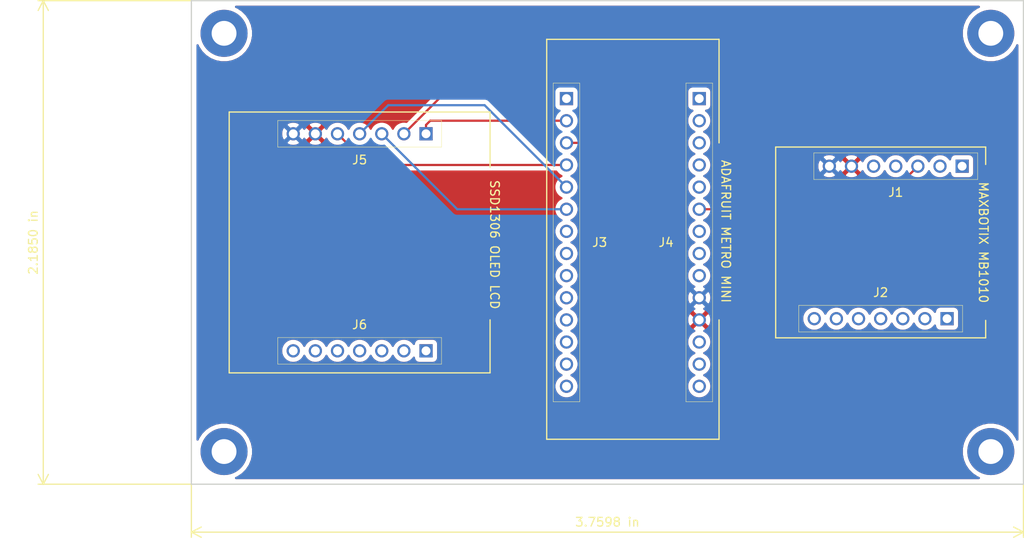
<source format=kicad_pcb>
(kicad_pcb (version 20171130) (host pcbnew 5.1.4+dfsg1-1)

  (general
    (thickness 1.6)
    (drawings 27)
    (tracks 22)
    (zones 0)
    (modules 6)
    (nets 47)
  )

  (page A4)
  (layers
    (0 F.Cu signal)
    (31 B.Cu signal)
    (32 B.Adhes user)
    (33 F.Adhes user)
    (34 B.Paste user)
    (35 F.Paste user)
    (36 B.SilkS user)
    (37 F.SilkS user)
    (38 B.Mask user)
    (39 F.Mask user)
    (40 Dwgs.User user)
    (41 Cmts.User user)
    (42 Eco1.User user)
    (43 Eco2.User user)
    (44 Edge.Cuts user)
    (45 Margin user)
    (46 B.CrtYd user)
    (47 F.CrtYd user)
    (48 B.Fab user)
    (49 F.Fab user)
  )

  (setup
    (last_trace_width 0.254)
    (user_trace_width 0.254)
    (trace_clearance 0.2)
    (zone_clearance 0.508)
    (zone_45_only no)
    (trace_min 0.2)
    (via_size 0.8)
    (via_drill 0.4)
    (via_min_size 0.4)
    (via_min_drill 0.3)
    (uvia_size 0.3)
    (uvia_drill 0.1)
    (uvias_allowed no)
    (uvia_min_size 0.2)
    (uvia_min_drill 0.1)
    (edge_width 0.15)
    (segment_width 0.2)
    (pcb_text_width 0.3)
    (pcb_text_size 1.5 1.5)
    (mod_edge_width 0.15)
    (mod_text_size 1 1)
    (mod_text_width 0.15)
    (pad_size 1.52 1.52)
    (pad_drill 1.02)
    (pad_to_mask_clearance 0.051)
    (solder_mask_min_width 0.25)
    (aux_axis_origin 0 0)
    (grid_origin 58.42 96.52)
    (visible_elements FFFDFF7F)
    (pcbplotparams
      (layerselection 0x010fc_ffffffff)
      (usegerberextensions false)
      (usegerberattributes false)
      (usegerberadvancedattributes false)
      (creategerberjobfile false)
      (excludeedgelayer true)
      (linewidth 0.100000)
      (plotframeref false)
      (viasonmask false)
      (mode 1)
      (useauxorigin false)
      (hpglpennumber 1)
      (hpglpenspeed 20)
      (hpglpendiameter 15.000000)
      (psnegative false)
      (psa4output false)
      (plotreference true)
      (plotvalue true)
      (plotinvisibletext false)
      (padsonsilk false)
      (subtractmaskfromsilk false)
      (outputformat 1)
      (mirror false)
      (drillshape 1)
      (scaleselection 1)
      (outputdirectory ""))
  )

  (net 0 "")
  (net 1 "Net-(J1-Pad5)")
  (net 2 "Net-(J1-Pad4)")
  (net 3 "Net-(J1-Pad3)")
  (net 4 "Net-(J1-Pad2)")
  (net 5 "Net-(J1-Pad1)")
  (net 6 "Net-(J2-Pad1)")
  (net 7 "Net-(J2-Pad2)")
  (net 8 "Net-(J2-Pad3)")
  (net 9 "Net-(J2-Pad4)")
  (net 10 "Net-(J2-Pad5)")
  (net 11 "Net-(J2-Pad6)")
  (net 12 "Net-(J2-Pad7)")
  (net 13 "Net-(J3-Pad14)")
  (net 14 "Net-(J3-Pad13)")
  (net 15 "Net-(J3-Pad12)")
  (net 16 "Net-(J3-Pad11)")
  (net 17 "Net-(J3-Pad10)")
  (net 18 "Net-(J3-Pad9)")
  (net 19 "Net-(J3-Pad8)")
  (net 20 "Net-(J3-Pad7)")
  (net 21 "Net-(J3-Pad6)")
  (net 22 "Net-(J3-Pad5)")
  (net 23 "Net-(J3-Pad4)")
  (net 24 "Net-(J3-Pad3)")
  (net 25 "Net-(J3-Pad1)")
  (net 26 "Net-(J3-Pad2)")
  (net 27 "Net-(J4-Pad2)")
  (net 28 "Net-(J4-Pad1)")
  (net 29 "Net-(J4-Pad3)")
  (net 30 "Net-(J4-Pad4)")
  (net 31 "Net-(J4-Pad5)")
  (net 32 "Net-(J4-Pad7)")
  (net 33 "Net-(J4-Pad8)")
  (net 34 "Net-(J4-Pad9)")
  (net 35 "Net-(J4-Pad12)")
  (net 36 "Net-(J4-Pad13)")
  (net 37 "Net-(J4-Pad14)")
  (net 38 "Net-(J6-Pad7)")
  (net 39 "Net-(J6-Pad6)")
  (net 40 "Net-(J6-Pad5)")
  (net 41 "Net-(J6-Pad4)")
  (net 42 "Net-(J6-Pad3)")
  (net 43 "Net-(J6-Pad2)")
  (net 44 "Net-(J6-Pad1)")
  (net 45 GND)
  (net 46 +5V)

  (net_class Default "This is the default net class."
    (clearance 0.2)
    (trace_width 0.25)
    (via_dia 0.8)
    (via_drill 0.4)
    (uvia_dia 0.3)
    (uvia_drill 0.1)
    (add_net +5V)
    (add_net GND)
    (add_net "Net-(J1-Pad1)")
    (add_net "Net-(J1-Pad2)")
    (add_net "Net-(J1-Pad3)")
    (add_net "Net-(J1-Pad4)")
    (add_net "Net-(J1-Pad5)")
    (add_net "Net-(J2-Pad1)")
    (add_net "Net-(J2-Pad2)")
    (add_net "Net-(J2-Pad3)")
    (add_net "Net-(J2-Pad4)")
    (add_net "Net-(J2-Pad5)")
    (add_net "Net-(J2-Pad6)")
    (add_net "Net-(J2-Pad7)")
    (add_net "Net-(J3-Pad1)")
    (add_net "Net-(J3-Pad10)")
    (add_net "Net-(J3-Pad11)")
    (add_net "Net-(J3-Pad12)")
    (add_net "Net-(J3-Pad13)")
    (add_net "Net-(J3-Pad14)")
    (add_net "Net-(J3-Pad2)")
    (add_net "Net-(J3-Pad3)")
    (add_net "Net-(J3-Pad4)")
    (add_net "Net-(J3-Pad5)")
    (add_net "Net-(J3-Pad6)")
    (add_net "Net-(J3-Pad7)")
    (add_net "Net-(J3-Pad8)")
    (add_net "Net-(J3-Pad9)")
    (add_net "Net-(J4-Pad1)")
    (add_net "Net-(J4-Pad12)")
    (add_net "Net-(J4-Pad13)")
    (add_net "Net-(J4-Pad14)")
    (add_net "Net-(J4-Pad2)")
    (add_net "Net-(J4-Pad3)")
    (add_net "Net-(J4-Pad4)")
    (add_net "Net-(J4-Pad5)")
    (add_net "Net-(J4-Pad7)")
    (add_net "Net-(J4-Pad8)")
    (add_net "Net-(J4-Pad9)")
    (add_net "Net-(J6-Pad1)")
    (add_net "Net-(J6-Pad2)")
    (add_net "Net-(J6-Pad3)")
    (add_net "Net-(J6-Pad4)")
    (add_net "Net-(J6-Pad5)")
    (add_net "Net-(J6-Pad6)")
    (add_net "Net-(J6-Pad7)")
  )

  (module headers:PPPC071LFBN-RC (layer F.Cu) (tedit 5E079B03) (tstamp 5E1147A6)
    (at 139.26 60.020005 180)
    (descr "http://www.sullinscorp.com/drawings/78_P(N)PxCxxxLFBN-RC,_10492-H.pdf")
    (tags "header, 1x7, socket")
    (path /5E02B559)
    (fp_text reference J1 (at 0 -2.999995) (layer F.SilkS)
      (effects (font (size 1 1) (thickness 0.15)))
    )
    (fp_text value PPPC071LFBN-RC (at 0 2.794) (layer F.Fab)
      (effects (font (size 1 1) (thickness 0.15)))
    )
    (fp_poly (pts (xy -9.14 -1.27) (xy 9.14 -1.27) (xy 9.14 1.27) (xy -9.14 1.27)) (layer F.Fab) (width 0.05))
    (fp_line (start -9.398 -1.524) (end 9.398 -1.524) (layer F.SilkS) (width 0.05))
    (fp_line (start 9.398 -1.524) (end 9.398 1.524) (layer F.SilkS) (width 0.05))
    (fp_line (start 9.398 1.524) (end -9.398 1.524) (layer F.SilkS) (width 0.05))
    (fp_line (start -9.398 1.524) (end -9.398 -1.524) (layer F.SilkS) (width 0.05))
    (fp_line (start -9.398 -1.524) (end 9.398 -1.524) (layer F.CrtYd) (width 0.05))
    (fp_line (start 9.398 -1.524) (end 9.398 1.524) (layer F.CrtYd) (width 0.05))
    (fp_line (start 9.398 1.524) (end -9.398 1.524) (layer F.CrtYd) (width 0.05))
    (fp_line (start -9.398 1.524) (end -9.398 -1.524) (layer F.CrtYd) (width 0.05))
    (fp_line (start -9.398 -1.524) (end 9.398 -1.524) (layer B.CrtYd) (width 0.05))
    (fp_line (start 9.398 -1.524) (end 9.398 1.524) (layer B.CrtYd) (width 0.05))
    (fp_line (start 9.398 1.524) (end -9.398 1.524) (layer B.CrtYd) (width 0.05))
    (fp_line (start -9.398 1.524) (end -9.398 -1.524) (layer B.CrtYd) (width 0.05))
    (pad 7 thru_hole circle (at 7.62 0 180) (size 1.52 1.52) (drill 1.02) (layers *.Cu *.Mask)
      (net 45 GND))
    (pad 6 thru_hole circle (at 5.08 0 180) (size 1.52 1.52) (drill 1.02) (layers *.Cu *.Mask)
      (net 46 +5V))
    (pad 5 thru_hole circle (at 2.54 0 180) (size 1.52 1.52) (drill 1.02) (layers *.Cu *.Mask)
      (net 1 "Net-(J1-Pad5)"))
    (pad 4 thru_hole circle (at 0 0 180) (size 1.52 1.52) (drill 1.02) (layers *.Cu *.Mask)
      (net 2 "Net-(J1-Pad4)"))
    (pad 3 thru_hole circle (at -2.54 0 180) (size 1.52 1.52) (drill 1.02) (layers *.Cu *.Mask)
      (net 3 "Net-(J1-Pad3)"))
    (pad 2 thru_hole circle (at -5.08 0 180) (size 1.52 1.52) (drill 1.02) (layers *.Cu *.Mask)
      (net 4 "Net-(J1-Pad2)"))
    (pad 1 thru_hole rect (at -7.62 0 180) (size 1.52 1.52) (drill 1.02) (layers *.Cu *.Mask)
      (net 5 "Net-(J1-Pad1)"))
    (model ${KISYS3DMOD}/Connector_PinSocket_2.54mm.3dshapes/PinSocket_1x07_P2.54mm_Vertical.step
      (offset (xyz 7.62 0 0))
      (scale (xyz 1 1 1))
      (rotate (xyz 0 0 90))
    )
  )

  (module headers:PPPC071LFBN-RC (layer F.Cu) (tedit 5E02A3AF) (tstamp 5E079DA4)
    (at 137.53 77.520005 180)
    (descr "http://www.sullinscorp.com/drawings/78_P(N)PxCxxxLFBN-RC,_10492-H.pdf")
    (tags "header, 1x7, socket")
    (path /5E02B683)
    (fp_text reference J2 (at 0 3) (layer F.SilkS)
      (effects (font (size 1 1) (thickness 0.15)))
    )
    (fp_text value PPPC071LFBN-RC (at 0 2.794) (layer F.Fab)
      (effects (font (size 1 1) (thickness 0.15)))
    )
    (fp_line (start -9.398 1.524) (end -9.398 -1.524) (layer B.CrtYd) (width 0.05))
    (fp_line (start 9.398 1.524) (end -9.398 1.524) (layer B.CrtYd) (width 0.05))
    (fp_line (start 9.398 -1.524) (end 9.398 1.524) (layer B.CrtYd) (width 0.05))
    (fp_line (start -9.398 -1.524) (end 9.398 -1.524) (layer B.CrtYd) (width 0.05))
    (fp_line (start -9.398 1.524) (end -9.398 -1.524) (layer F.CrtYd) (width 0.05))
    (fp_line (start 9.398 1.524) (end -9.398 1.524) (layer F.CrtYd) (width 0.05))
    (fp_line (start 9.398 -1.524) (end 9.398 1.524) (layer F.CrtYd) (width 0.05))
    (fp_line (start -9.398 -1.524) (end 9.398 -1.524) (layer F.CrtYd) (width 0.05))
    (fp_line (start -9.398 1.524) (end -9.398 -1.524) (layer F.SilkS) (width 0.05))
    (fp_line (start 9.398 1.524) (end -9.398 1.524) (layer F.SilkS) (width 0.05))
    (fp_line (start 9.398 -1.524) (end 9.398 1.524) (layer F.SilkS) (width 0.05))
    (fp_line (start -9.398 -1.524) (end 9.398 -1.524) (layer F.SilkS) (width 0.05))
    (fp_poly (pts (xy -9.14 -1.27) (xy 9.14 -1.27) (xy 9.14 1.27) (xy -9.14 1.27)) (layer F.Fab) (width 0.05))
    (pad 1 thru_hole rect (at -7.62 0 180) (size 1.52 1.52) (drill 1.02) (layers *.Cu *.Mask)
      (net 6 "Net-(J2-Pad1)"))
    (pad 2 thru_hole circle (at -5.08 0 180) (size 1.52 1.52) (drill 1.02) (layers *.Cu *.Mask)
      (net 7 "Net-(J2-Pad2)"))
    (pad 3 thru_hole circle (at -2.54 0 180) (size 1.52 1.52) (drill 1.02) (layers *.Cu *.Mask)
      (net 8 "Net-(J2-Pad3)"))
    (pad 4 thru_hole circle (at 0 0 180) (size 1.52 1.52) (drill 1.02) (layers *.Cu *.Mask)
      (net 9 "Net-(J2-Pad4)"))
    (pad 5 thru_hole circle (at 2.54 0 180) (size 1.52 1.52) (drill 1.02) (layers *.Cu *.Mask)
      (net 10 "Net-(J2-Pad5)"))
    (pad 6 thru_hole circle (at 5.08 0 180) (size 1.52 1.52) (drill 1.02) (layers *.Cu *.Mask)
      (net 11 "Net-(J2-Pad6)"))
    (pad 7 thru_hole circle (at 7.62 0 180) (size 1.52 1.52) (drill 1.02) (layers *.Cu *.Mask)
      (net 12 "Net-(J2-Pad7)"))
    (model ${KISYS3DMOD}/Connector_PinSocket_2.54mm.3dshapes/PinSocket_1x07_P2.54mm_Vertical.step
      (offset (xyz 7.62 0 0))
      (scale (xyz 1 1 1))
      (rotate (xyz 0 0 90))
    )
  )

  (module headers:PPPC141LFBN-RC (layer F.Cu) (tedit 5E02A9F8) (tstamp 5E078BFF)
    (at 101.47 68.77 270)
    (descr "http://www.sullinscorp.com/drawings/78_P(N)PxCxxxLFBN-RC,_10492-H.pdf")
    (tags "header, 1x14, socket")
    (path /5E02B845)
    (fp_text reference J3 (at 0 -3.81 180) (layer F.SilkS)
      (effects (font (size 1 1) (thickness 0.15)))
    )
    (fp_text value PPPC141LFBN-RC (at 0 2.794 90) (layer F.Fab)
      (effects (font (size 1 1) (thickness 0.15)))
    )
    (fp_poly (pts (xy -18.03 -1.27) (xy 18.03 -1.27) (xy 18.03 1.27) (xy -18.03 1.27)) (layer F.Fab) (width 0.15))
    (fp_line (start -18.288 -1.524) (end 18.288 -1.524) (layer F.SilkS) (width 0.05))
    (fp_line (start 18.288 -1.524) (end 18.288 1.524) (layer F.SilkS) (width 0.05))
    (fp_line (start 18.288 1.524) (end -18.288 1.524) (layer F.SilkS) (width 0.05))
    (fp_line (start -18.288 1.524) (end -18.288 -1.524) (layer F.SilkS) (width 0.05))
    (pad 14 thru_hole circle (at 16.51 0 270) (size 1.52 1.52) (drill 1.02) (layers *.Cu *.Mask)
      (net 13 "Net-(J3-Pad14)"))
    (pad 13 thru_hole circle (at 13.97 0 270) (size 1.52 1.52) (drill 1.02) (layers *.Cu *.Mask)
      (net 14 "Net-(J3-Pad13)"))
    (pad 12 thru_hole circle (at 11.43 0 270) (size 1.52 1.52) (drill 1.02) (layers *.Cu *.Mask)
      (net 15 "Net-(J3-Pad12)"))
    (pad 11 thru_hole circle (at 8.89 0 270) (size 1.52 1.52) (drill 1.02) (layers *.Cu *.Mask)
      (net 16 "Net-(J3-Pad11)"))
    (pad 10 thru_hole circle (at 6.35 0 270) (size 1.52 1.52) (drill 1.02) (layers *.Cu *.Mask)
      (net 17 "Net-(J3-Pad10)"))
    (pad 9 thru_hole circle (at 3.81 0 270) (size 1.52 1.52) (drill 1.02) (layers *.Cu *.Mask)
      (net 18 "Net-(J3-Pad9)"))
    (pad 8 thru_hole circle (at 1.27 0 270) (size 1.52 1.52) (drill 1.02) (layers *.Cu *.Mask)
      (net 19 "Net-(J3-Pad8)"))
    (pad 7 thru_hole circle (at -1.27 0 270) (size 1.52 1.52) (drill 1.02) (layers *.Cu *.Mask)
      (net 20 "Net-(J3-Pad7)"))
    (pad 6 thru_hole circle (at -3.81 0 270) (size 1.52 1.52) (drill 1.02) (layers *.Cu *.Mask)
      (net 21 "Net-(J3-Pad6)"))
    (pad 5 thru_hole circle (at -6.35 0 270) (size 1.52 1.52) (drill 1.02) (layers *.Cu *.Mask)
      (net 22 "Net-(J3-Pad5)"))
    (pad 4 thru_hole circle (at -8.89 0 270) (size 1.52 1.52) (drill 1.02) (layers *.Cu *.Mask)
      (net 23 "Net-(J3-Pad4)"))
    (pad 3 thru_hole circle (at -11.43 0 270) (size 1.52 1.52) (drill 1.02) (layers *.Cu *.Mask)
      (net 24 "Net-(J3-Pad3)"))
    (pad 1 thru_hole rect (at -16.51 0 270) (size 1.52 1.52) (drill 1.02) (layers *.Cu *.Mask)
      (net 25 "Net-(J3-Pad1)"))
    (pad 2 thru_hole circle (at -13.97 0 270) (size 1.52 1.52) (drill 1.02) (layers *.Cu *.Mask)
      (net 26 "Net-(J3-Pad2)"))
    (model ${KISYS3DMOD}/Connector_PinSocket_2.54mm.3dshapes/PinSocket_1x14_P2.54mm_Vertical.step
      (offset (xyz 16.76 0 0))
      (scale (xyz 1 1 1))
      (rotate (xyz 0 0 90))
    )
  )

  (module headers:PPPC141LFBN-RC (layer F.Cu) (tedit 5E02A9F8) (tstamp 5E114385)
    (at 116.71 68.77 270)
    (descr "http://www.sullinscorp.com/drawings/78_P(N)PxCxxxLFBN-RC,_10492-H.pdf")
    (tags "header, 1x14, socket")
    (path /5E02B892)
    (fp_text reference J4 (at 0 3.81) (layer F.SilkS)
      (effects (font (size 1 1) (thickness 0.15)))
    )
    (fp_text value PPPC141LFBN-RC (at 0 2.794 90) (layer F.Fab)
      (effects (font (size 1 1) (thickness 0.15)))
    )
    (fp_line (start -18.288 1.524) (end -18.288 -1.524) (layer F.SilkS) (width 0.05))
    (fp_line (start 18.288 1.524) (end -18.288 1.524) (layer F.SilkS) (width 0.05))
    (fp_line (start 18.288 -1.524) (end 18.288 1.524) (layer F.SilkS) (width 0.05))
    (fp_line (start -18.288 -1.524) (end 18.288 -1.524) (layer F.SilkS) (width 0.05))
    (fp_poly (pts (xy -18.03 -1.27) (xy 18.03 -1.27) (xy 18.03 1.27) (xy -18.03 1.27)) (layer F.Fab) (width 0.15))
    (pad 2 thru_hole circle (at -13.97 0 270) (size 1.52 1.52) (drill 1.02) (layers *.Cu *.Mask)
      (net 27 "Net-(J4-Pad2)"))
    (pad 1 thru_hole rect (at -16.51 0 270) (size 1.52 1.52) (drill 1.02) (layers *.Cu *.Mask)
      (net 28 "Net-(J4-Pad1)"))
    (pad 3 thru_hole circle (at -11.43 0 270) (size 1.52 1.52) (drill 1.02) (layers *.Cu *.Mask)
      (net 29 "Net-(J4-Pad3)"))
    (pad 4 thru_hole circle (at -8.89 0 270) (size 1.52 1.52) (drill 1.02) (layers *.Cu *.Mask)
      (net 30 "Net-(J4-Pad4)"))
    (pad 5 thru_hole circle (at -6.35 0 270) (size 1.52 1.52) (drill 1.02) (layers *.Cu *.Mask)
      (net 31 "Net-(J4-Pad5)"))
    (pad 6 thru_hole circle (at -3.81 0 270) (size 1.52 1.52) (drill 1.02) (layers *.Cu *.Mask)
      (net 3 "Net-(J1-Pad3)"))
    (pad 7 thru_hole circle (at -1.27 0 270) (size 1.52 1.52) (drill 1.02) (layers *.Cu *.Mask)
      (net 32 "Net-(J4-Pad7)"))
    (pad 8 thru_hole circle (at 1.27 0 270) (size 1.52 1.52) (drill 1.02) (layers *.Cu *.Mask)
      (net 33 "Net-(J4-Pad8)"))
    (pad 9 thru_hole circle (at 3.81 0 270) (size 1.52 1.52) (drill 1.02) (layers *.Cu *.Mask)
      (net 34 "Net-(J4-Pad9)"))
    (pad 10 thru_hole circle (at 6.35 0 270) (size 1.52 1.52) (drill 1.02) (layers *.Cu *.Mask)
      (net 45 GND))
    (pad 11 thru_hole circle (at 8.89 0 270) (size 1.52 1.52) (drill 1.02) (layers *.Cu *.Mask)
      (net 46 +5V))
    (pad 12 thru_hole circle (at 11.43 0 270) (size 1.52 1.52) (drill 1.02) (layers *.Cu *.Mask)
      (net 35 "Net-(J4-Pad12)"))
    (pad 13 thru_hole circle (at 13.97 0 270) (size 1.52 1.52) (drill 1.02) (layers *.Cu *.Mask)
      (net 36 "Net-(J4-Pad13)"))
    (pad 14 thru_hole circle (at 16.51 0 270) (size 1.52 1.52) (drill 1.02) (layers *.Cu *.Mask)
      (net 37 "Net-(J4-Pad14)"))
    (model ${KISYS3DMOD}/Connector_PinSocket_2.54mm.3dshapes/PinSocket_1x14_P2.54mm_Vertical.step
      (offset (xyz 16.76 0 0))
      (scale (xyz 1 1 1))
      (rotate (xyz 0 0 90))
    )
  )

  (module headers:PPPC071LFBN-RC (layer F.Cu) (tedit 5E02A3AF) (tstamp 5E0A4059)
    (at 77.73 56.3 180)
    (descr "http://www.sullinscorp.com/drawings/78_P(N)PxCxxxLFBN-RC,_10492-H.pdf")
    (tags "header, 1x7, socket")
    (path /5E02B786)
    (fp_text reference J5 (at 0 -3 180) (layer F.SilkS)
      (effects (font (size 1 1) (thickness 0.15)))
    )
    (fp_text value PPPC071LFBN-RC (at 0 2.794) (layer F.Fab)
      (effects (font (size 1 1) (thickness 0.15)))
    )
    (fp_line (start -9.398 1.524) (end -9.398 -1.524) (layer B.CrtYd) (width 0.05))
    (fp_line (start 9.398 1.524) (end -9.398 1.524) (layer B.CrtYd) (width 0.05))
    (fp_line (start 9.398 -1.524) (end 9.398 1.524) (layer B.CrtYd) (width 0.05))
    (fp_line (start -9.398 -1.524) (end 9.398 -1.524) (layer B.CrtYd) (width 0.05))
    (fp_line (start -9.398 1.524) (end -9.398 -1.524) (layer F.CrtYd) (width 0.05))
    (fp_line (start 9.398 1.524) (end -9.398 1.524) (layer F.CrtYd) (width 0.05))
    (fp_line (start 9.398 -1.524) (end 9.398 1.524) (layer F.CrtYd) (width 0.05))
    (fp_line (start -9.398 -1.524) (end 9.398 -1.524) (layer F.CrtYd) (width 0.05))
    (fp_line (start -9.398 1.524) (end -9.398 -1.524) (layer F.SilkS) (width 0.05))
    (fp_line (start 9.398 1.524) (end -9.398 1.524) (layer F.SilkS) (width 0.05))
    (fp_line (start 9.398 -1.524) (end 9.398 1.524) (layer F.SilkS) (width 0.05))
    (fp_line (start -9.398 -1.524) (end 9.398 -1.524) (layer F.SilkS) (width 0.05))
    (fp_poly (pts (xy -9.14 -1.27) (xy 9.14 -1.27) (xy 9.14 1.27) (xy -9.14 1.27)) (layer F.Fab) (width 0.05))
    (pad 1 thru_hole rect (at -7.62 0 180) (size 1.52 1.52) (drill 1.02) (layers *.Cu *.Mask)
      (net 26 "Net-(J3-Pad2)"))
    (pad 2 thru_hole circle (at -5.08 0 180) (size 1.52 1.52) (drill 1.02) (layers *.Cu *.Mask)
      (net 24 "Net-(J3-Pad3)"))
    (pad 3 thru_hole circle (at -2.54 0 180) (size 1.52 1.52) (drill 1.02) (layers *.Cu *.Mask)
      (net 21 "Net-(J3-Pad6)"))
    (pad 4 thru_hole circle (at 0 0 180) (size 1.52 1.52) (drill 1.02) (layers *.Cu *.Mask)
      (net 22 "Net-(J3-Pad5)"))
    (pad 5 thru_hole circle (at 2.54 0 180) (size 1.52 1.52) (drill 1.02) (layers *.Cu *.Mask)
      (net 23 "Net-(J3-Pad4)"))
    (pad 6 thru_hole circle (at 5.08 0 180) (size 1.52 1.52) (drill 1.02) (layers *.Cu *.Mask)
      (net 46 +5V))
    (pad 7 thru_hole circle (at 7.62 0 180) (size 1.52 1.52) (drill 1.02) (layers *.Cu *.Mask)
      (net 45 GND))
    (model ${KISYS3DMOD}/Connector_PinSocket_2.54mm.3dshapes/PinSocket_1x07_P2.54mm_Vertical.step
      (offset (xyz 7.62 0 0))
      (scale (xyz 1 1 1))
      (rotate (xyz 0 0 90))
    )
  )

  (module headers:PPPC071LFBN-RC (layer F.Cu) (tedit 5E02A3AF) (tstamp 5E0A409E)
    (at 77.73 81.21 180)
    (descr "http://www.sullinscorp.com/drawings/78_P(N)PxCxxxLFBN-RC,_10492-H.pdf")
    (tags "header, 1x7, socket")
    (path /5E02B701)
    (fp_text reference J6 (at 0 3) (layer F.SilkS)
      (effects (font (size 1 1) (thickness 0.15)))
    )
    (fp_text value PPPC071LFBN-RC (at 0 2.794) (layer F.Fab)
      (effects (font (size 1 1) (thickness 0.15)))
    )
    (fp_poly (pts (xy -9.14 -1.27) (xy 9.14 -1.27) (xy 9.14 1.27) (xy -9.14 1.27)) (layer F.Fab) (width 0.05))
    (fp_line (start -9.398 -1.524) (end 9.398 -1.524) (layer F.SilkS) (width 0.05))
    (fp_line (start 9.398 -1.524) (end 9.398 1.524) (layer F.SilkS) (width 0.05))
    (fp_line (start 9.398 1.524) (end -9.398 1.524) (layer F.SilkS) (width 0.05))
    (fp_line (start -9.398 1.524) (end -9.398 -1.524) (layer F.SilkS) (width 0.05))
    (fp_line (start -9.398 -1.524) (end 9.398 -1.524) (layer F.CrtYd) (width 0.05))
    (fp_line (start 9.398 -1.524) (end 9.398 1.524) (layer F.CrtYd) (width 0.05))
    (fp_line (start 9.398 1.524) (end -9.398 1.524) (layer F.CrtYd) (width 0.05))
    (fp_line (start -9.398 1.524) (end -9.398 -1.524) (layer F.CrtYd) (width 0.05))
    (fp_line (start -9.398 -1.524) (end 9.398 -1.524) (layer B.CrtYd) (width 0.05))
    (fp_line (start 9.398 -1.524) (end 9.398 1.524) (layer B.CrtYd) (width 0.05))
    (fp_line (start 9.398 1.524) (end -9.398 1.524) (layer B.CrtYd) (width 0.05))
    (fp_line (start -9.398 1.524) (end -9.398 -1.524) (layer B.CrtYd) (width 0.05))
    (pad 7 thru_hole circle (at 7.62 0 180) (size 1.52 1.52) (drill 1.02) (layers *.Cu *.Mask)
      (net 38 "Net-(J6-Pad7)"))
    (pad 6 thru_hole circle (at 5.08 0 180) (size 1.52 1.52) (drill 1.02) (layers *.Cu *.Mask)
      (net 39 "Net-(J6-Pad6)"))
    (pad 5 thru_hole circle (at 2.54 0 180) (size 1.52 1.52) (drill 1.02) (layers *.Cu *.Mask)
      (net 40 "Net-(J6-Pad5)"))
    (pad 4 thru_hole circle (at 0 0 180) (size 1.52 1.52) (drill 1.02) (layers *.Cu *.Mask)
      (net 41 "Net-(J6-Pad4)"))
    (pad 3 thru_hole circle (at -2.54 0 180) (size 1.52 1.52) (drill 1.02) (layers *.Cu *.Mask)
      (net 42 "Net-(J6-Pad3)"))
    (pad 2 thru_hole circle (at -5.08 0 180) (size 1.52 1.52) (drill 1.02) (layers *.Cu *.Mask)
      (net 43 "Net-(J6-Pad2)"))
    (pad 1 thru_hole rect (at -7.62 0 180) (size 1.52 1.52) (drill 1.02) (layers *.Cu *.Mask)
      (net 44 "Net-(J6-Pad1)"))
    (model ${KISYS3DMOD}/Connector_PinSocket_2.54mm.3dshapes/PinSocket_1x07_P2.54mm_Vertical.step
      (offset (xyz 7.62 0 0))
      (scale (xyz 1 1 1))
      (rotate (xyz 0 0 90))
    )
  )

  (dimension 55.5 (width 0.15) (layer F.SilkS)
    (gr_text "55.500 mm" (at 40.12 68.77 90) (layer F.SilkS)
      (effects (font (size 1 1) (thickness 0.15)))
    )
    (feature1 (pts (xy 58.42 41.02) (xy 40.833579 41.02)))
    (feature2 (pts (xy 58.42 96.52) (xy 40.833579 96.52)))
    (crossbar (pts (xy 41.42 96.52) (xy 41.42 41.02)))
    (arrow1a (pts (xy 41.42 41.02) (xy 42.006421 42.146504)))
    (arrow1b (pts (xy 41.42 41.02) (xy 40.833579 42.146504)))
    (arrow2a (pts (xy 41.42 96.52) (xy 42.006421 95.393496)))
    (arrow2b (pts (xy 41.42 96.52) (xy 40.833579 95.393496)))
  )
  (dimension 95.5 (width 0.15) (layer F.SilkS) (tstamp 5E11807E)
    (gr_text "95.500 mm" (at 106.17 103.32) (layer F.SilkS) (tstamp 5E11807E)
      (effects (font (size 1 1) (thickness 0.15)))
    )
    (feature1 (pts (xy 153.92 96.52) (xy 153.92 102.606421)))
    (feature2 (pts (xy 58.42 96.52) (xy 58.42 102.606421)))
    (crossbar (pts (xy 58.42 102.02) (xy 153.92 102.02)))
    (arrow1a (pts (xy 153.92 102.02) (xy 152.793496 102.606421)))
    (arrow1b (pts (xy 153.92 102.02) (xy 152.793496 101.433579)))
    (arrow2a (pts (xy 58.42 102.02) (xy 59.546504 102.606421)))
    (arrow2b (pts (xy 58.42 102.02) (xy 59.546504 101.433579)))
  )
  (gr_poly (pts (xy 100.2 47.18) (xy 117.98 47.18) (xy 117.98 90.36) (xy 100.2 90.36)) (layer F.Fab) (width 0.1))
  (gr_text "SSD1306 OLED LCD" (at 93.224 69.024 270) (layer F.SilkS) (tstamp 5E11807A)
    (effects (font (size 1 1) (thickness 0.15)))
  )
  (gr_line (start 92.7 83.74) (end 92.7 77.652) (layer F.SilkS) (width 0.15) (tstamp 5E0A414D))
  (gr_line (start 62.76 83.74) (end 92.7 83.74) (layer F.SilkS) (width 0.15))
  (gr_line (start 62.76 53.8) (end 62.76 83.74) (layer F.SilkS) (width 0.15))
  (gr_line (start 92.7 53.8) (end 92.7 60.152) (layer F.SilkS) (width 0.15))
  (gr_line (start 62.76 53.8) (end 92.7 53.8) (layer F.SilkS) (width 0.15))
  (gr_poly (pts (xy 63.76 54.8) (xy 91.7 54.8) (xy 91.7 82.74) (xy 63.76 82.74)) (layer F.Fab) (width 0.1) (tstamp 5E0A4040))
  (gr_poly (pts (xy 126.48 58.820005) (xy 148.58 58.820005) (xy 148.58 78.720005) (xy 126.48 78.720005)) (layer F.Fab) (width 0.1) (tstamp 5E0795C6))
  (gr_line (start 149.58 79.720005) (end 149.58 77.720005) (layer F.SilkS) (width 0.15))
  (gr_line (start 149.58 57.820005) (end 149.58 59.820005) (layer F.SilkS) (width 0.15) (tstamp 5E079346))
  (gr_text "MAXBOTIX MB1010" (at 149.32 68.770005 270) (layer F.SilkS)
    (effects (font (size 1 1) (thickness 0.15)))
  )
  (gr_line (start 125.48 79.720005) (end 125.48 57.820005) (layer F.SilkS) (width 0.15) (tstamp 5E07906F))
  (gr_line (start 149.58 79.720005) (end 125.48 79.720005) (layer F.SilkS) (width 0.15))
  (gr_line (start 125.48 57.820005) (end 149.58 57.820005) (layer F.SilkS) (width 0.15))
  (gr_line (start 118.98 91.36) (end 118.98 77.66) (layer F.SilkS) (width 0.15))
  (gr_line (start 118.98 45.46) (end 118.98 57.34) (layer F.SilkS) (width 0.15))
  (gr_text "ADAFRUIT METRO MINI" (at 119.758 67.5 270) (layer F.SilkS)
    (effects (font (size 1 1) (thickness 0.15)))
  )
  (gr_line (start 99.2 91.36) (end 118.98 91.36) (layer F.SilkS) (width 0.15))
  (gr_line (start 99.2 45.46) (end 99.2 91.36) (layer F.SilkS) (width 0.15))
  (gr_line (start 99.2 45.46) (end 118.98 45.46) (layer F.SilkS) (width 0.15))
  (gr_line (start 58.42 96.52) (end 58.42 41.02) (layer Edge.Cuts) (width 0.15))
  (gr_line (start 153.92 96.52) (end 58.42 96.52) (layer Edge.Cuts) (width 0.15) (tstamp 5E118077))
  (gr_line (start 153.92 41.02) (end 153.92 96.52) (layer Edge.Cuts) (width 0.15) (tstamp 5E118083))
  (gr_line (start 58.42 41.02) (end 153.92 41.02) (layer Edge.Cuts) (width 0.15) (tstamp 5E118074))

  (via (at 150.17 44.77) (size 5.4) (drill 2.85) (layers F.Cu B.Cu) (net 0))
  (via (at 150.17 92.77) (size 5.4) (drill 2.85) (layers F.Cu B.Cu) (net 0) (tstamp 5E125757))
  (via (at 62.17 92.77) (size 5.4) (drill 2.85) (layers F.Cu B.Cu) (net 0) (tstamp 5E125757))
  (via (at 62.17 44.77) (size 5.4) (drill 2.85) (layers F.Cu B.Cu) (net 0) (tstamp 5E125757))
  (segment (start 136.860005 64.96) (end 141.8 60.020005) (width 0.254) (layer F.Cu) (net 3))
  (segment (start 116.71 64.96) (end 136.860005 64.96) (width 0.254) (layer F.Cu) (net 3))
  (segment (start 88.93 64.96) (end 101.47 64.96) (width 0.254) (layer B.Cu) (net 21))
  (segment (start 80.27 56.3) (end 88.93 64.96) (width 0.254) (layer B.Cu) (net 21))
  (segment (start 92.07 53.02) (end 101.47 62.42) (width 0.254) (layer B.Cu) (net 22))
  (segment (start 77.73 56.3) (end 81.01 53.02) (width 0.254) (layer B.Cu) (net 22))
  (segment (start 81.01 53.02) (end 92.07 53.02) (width 0.254) (layer B.Cu) (net 22))
  (segment (start 78.77 59.88) (end 101.47 59.88) (width 0.254) (layer F.Cu) (net 23))
  (segment (start 75.19 56.3) (end 78.77 59.88) (width 0.254) (layer F.Cu) (net 23))
  (segment (start 82.81 56.3) (end 89.59 49.52) (width 0.254) (layer F.Cu) (net 24))
  (segment (start 89.59 49.52) (end 102.42 49.52) (width 0.254) (layer F.Cu) (net 24))
  (segment (start 101.47 57.34) (end 103.6 57.34) (width 0.254) (layer F.Cu) (net 24))
  (segment (start 103.6 57.34) (end 104.92 56.02) (width 0.254) (layer F.Cu) (net 24))
  (segment (start 104.92 52.02) (end 102.42 49.52) (width 0.254) (layer F.Cu) (net 24))
  (segment (start 104.92 56.02) (end 104.92 52.02) (width 0.254) (layer F.Cu) (net 24))
  (segment (start 85.35 55.286) (end 85.35 56.3) (width 0.254) (layer F.Cu) (net 26))
  (segment (start 85.836 54.8) (end 85.35 55.286) (width 0.254) (layer F.Cu) (net 26))
  (segment (start 101.47 54.8) (end 85.836 54.8) (width 0.254) (layer F.Cu) (net 26))

  (zone (net 46) (net_name +5V) (layer F.Cu) (tstamp 5E1273F1) (hatch edge 0.508)
    (connect_pads (clearance 0.508))
    (min_thickness 0.254)
    (fill yes (arc_segments 32) (thermal_gap 0.508) (thermal_bridge_width 0.508))
    (polygon
      (pts
        (xy 58.42 41.02) (xy 153.92 41.02) (xy 153.92 96.52) (xy 58.42 96.52)
      )
    )
    (filled_polygon
      (pts
        (xy 148.590285 41.814561) (xy 148.044061 42.179536) (xy 147.579536 42.644061) (xy 147.214561 43.190285) (xy 146.963162 43.797216)
        (xy 146.835 44.441531) (xy 146.835 45.098469) (xy 146.963162 45.742784) (xy 147.214561 46.349715) (xy 147.579536 46.895939)
        (xy 148.044061 47.360464) (xy 148.590285 47.725439) (xy 149.197216 47.976838) (xy 149.841531 48.105) (xy 150.498469 48.105)
        (xy 151.142784 47.976838) (xy 151.749715 47.725439) (xy 152.295939 47.360464) (xy 152.760464 46.895939) (xy 153.125439 46.349715)
        (xy 153.21 46.145567) (xy 153.210001 91.394436) (xy 153.125439 91.190285) (xy 152.760464 90.644061) (xy 152.295939 90.179536)
        (xy 151.749715 89.814561) (xy 151.142784 89.563162) (xy 150.498469 89.435) (xy 149.841531 89.435) (xy 149.197216 89.563162)
        (xy 148.590285 89.814561) (xy 148.044061 90.179536) (xy 147.579536 90.644061) (xy 147.214561 91.190285) (xy 146.963162 91.797216)
        (xy 146.835 92.441531) (xy 146.835 93.098469) (xy 146.963162 93.742784) (xy 147.214561 94.349715) (xy 147.579536 94.895939)
        (xy 148.044061 95.360464) (xy 148.590285 95.725439) (xy 148.794433 95.81) (xy 63.545567 95.81) (xy 63.749715 95.725439)
        (xy 64.295939 95.360464) (xy 64.760464 94.895939) (xy 65.125439 94.349715) (xy 65.376838 93.742784) (xy 65.505 93.098469)
        (xy 65.505 92.441531) (xy 65.376838 91.797216) (xy 65.125439 91.190285) (xy 64.760464 90.644061) (xy 64.295939 90.179536)
        (xy 63.749715 89.814561) (xy 63.142784 89.563162) (xy 62.498469 89.435) (xy 61.841531 89.435) (xy 61.197216 89.563162)
        (xy 60.590285 89.814561) (xy 60.044061 90.179536) (xy 59.579536 90.644061) (xy 59.214561 91.190285) (xy 59.13 91.394433)
        (xy 59.13 81.072604) (xy 68.715 81.072604) (xy 68.715 81.347396) (xy 68.768609 81.616907) (xy 68.873767 81.87078)
        (xy 69.026433 82.099261) (xy 69.220739 82.293567) (xy 69.44922 82.446233) (xy 69.703093 82.551391) (xy 69.972604 82.605)
        (xy 70.247396 82.605) (xy 70.516907 82.551391) (xy 70.77078 82.446233) (xy 70.999261 82.293567) (xy 71.193567 82.099261)
        (xy 71.346233 81.87078) (xy 71.38 81.78926) (xy 71.413767 81.87078) (xy 71.566433 82.099261) (xy 71.760739 82.293567)
        (xy 71.98922 82.446233) (xy 72.243093 82.551391) (xy 72.512604 82.605) (xy 72.787396 82.605) (xy 73.056907 82.551391)
        (xy 73.31078 82.446233) (xy 73.539261 82.293567) (xy 73.733567 82.099261) (xy 73.886233 81.87078) (xy 73.92 81.78926)
        (xy 73.953767 81.87078) (xy 74.106433 82.099261) (xy 74.300739 82.293567) (xy 74.52922 82.446233) (xy 74.783093 82.551391)
        (xy 75.052604 82.605) (xy 75.327396 82.605) (xy 75.596907 82.551391) (xy 75.85078 82.446233) (xy 76.079261 82.293567)
        (xy 76.273567 82.099261) (xy 76.426233 81.87078) (xy 76.46 81.78926) (xy 76.493767 81.87078) (xy 76.646433 82.099261)
        (xy 76.840739 82.293567) (xy 77.06922 82.446233) (xy 77.323093 82.551391) (xy 77.592604 82.605) (xy 77.867396 82.605)
        (xy 78.136907 82.551391) (xy 78.39078 82.446233) (xy 78.619261 82.293567) (xy 78.813567 82.099261) (xy 78.966233 81.87078)
        (xy 79 81.78926) (xy 79.033767 81.87078) (xy 79.186433 82.099261) (xy 79.380739 82.293567) (xy 79.60922 82.446233)
        (xy 79.863093 82.551391) (xy 80.132604 82.605) (xy 80.407396 82.605) (xy 80.676907 82.551391) (xy 80.93078 82.446233)
        (xy 81.159261 82.293567) (xy 81.353567 82.099261) (xy 81.506233 81.87078) (xy 81.54 81.78926) (xy 81.573767 81.87078)
        (xy 81.726433 82.099261) (xy 81.920739 82.293567) (xy 82.14922 82.446233) (xy 82.403093 82.551391) (xy 82.672604 82.605)
        (xy 82.947396 82.605) (xy 83.216907 82.551391) (xy 83.47078 82.446233) (xy 83.699261 82.293567) (xy 83.893567 82.099261)
        (xy 83.955526 82.006533) (xy 83.964188 82.094482) (xy 84.000498 82.21418) (xy 84.059463 82.324494) (xy 84.138815 82.421185)
        (xy 84.235506 82.500537) (xy 84.34582 82.559502) (xy 84.465518 82.595812) (xy 84.59 82.608072) (xy 86.11 82.608072)
        (xy 86.234482 82.595812) (xy 86.35418 82.559502) (xy 86.464494 82.500537) (xy 86.561185 82.421185) (xy 86.640537 82.324494)
        (xy 86.699502 82.21418) (xy 86.735812 82.094482) (xy 86.748072 81.97) (xy 86.748072 80.45) (xy 86.735812 80.325518)
        (xy 86.699502 80.20582) (xy 86.640537 80.095506) (xy 86.561185 79.998815) (xy 86.464494 79.919463) (xy 86.35418 79.860498)
        (xy 86.234482 79.824188) (xy 86.11 79.811928) (xy 84.59 79.811928) (xy 84.465518 79.824188) (xy 84.34582 79.860498)
        (xy 84.235506 79.919463) (xy 84.138815 79.998815) (xy 84.059463 80.095506) (xy 84.000498 80.20582) (xy 83.964188 80.325518)
        (xy 83.955526 80.413467) (xy 83.893567 80.320739) (xy 83.699261 80.126433) (xy 83.47078 79.973767) (xy 83.216907 79.868609)
        (xy 82.947396 79.815) (xy 82.672604 79.815) (xy 82.403093 79.868609) (xy 82.14922 79.973767) (xy 81.920739 80.126433)
        (xy 81.726433 80.320739) (xy 81.573767 80.54922) (xy 81.54 80.63074) (xy 81.506233 80.54922) (xy 81.353567 80.320739)
        (xy 81.159261 80.126433) (xy 80.93078 79.973767) (xy 80.676907 79.868609) (xy 80.407396 79.815) (xy 80.132604 79.815)
        (xy 79.863093 79.868609) (xy 79.60922 79.973767) (xy 79.380739 80.126433) (xy 79.186433 80.320739) (xy 79.033767 80.54922)
        (xy 79 80.63074) (xy 78.966233 80.54922) (xy 78.813567 80.320739) (xy 78.619261 80.126433) (xy 78.39078 79.973767)
        (xy 78.136907 79.868609) (xy 77.867396 79.815) (xy 77.592604 79.815) (xy 77.323093 79.868609) (xy 77.06922 79.973767)
        (xy 76.840739 80.126433) (xy 76.646433 80.320739) (xy 76.493767 80.54922) (xy 76.46 80.63074) (xy 76.426233 80.54922)
        (xy 76.273567 80.320739) (xy 76.079261 80.126433) (xy 75.85078 79.973767) (xy 75.596907 79.868609) (xy 75.327396 79.815)
        (xy 75.052604 79.815) (xy 74.783093 79.868609) (xy 74.52922 79.973767) (xy 74.300739 80.126433) (xy 74.106433 80.320739)
        (xy 73.953767 80.54922) (xy 73.92 80.63074) (xy 73.886233 80.54922) (xy 73.733567 80.320739) (xy 73.539261 80.126433)
        (xy 73.31078 79.973767) (xy 73.056907 79.868609) (xy 72.787396 79.815) (xy 72.512604 79.815) (xy 72.243093 79.868609)
        (xy 71.98922 79.973767) (xy 71.760739 80.126433) (xy 71.566433 80.320739) (xy 71.413767 80.54922) (xy 71.38 80.63074)
        (xy 71.346233 80.54922) (xy 71.193567 80.320739) (xy 70.999261 80.126433) (xy 70.77078 79.973767) (xy 70.516907 79.868609)
        (xy 70.247396 79.815) (xy 69.972604 79.815) (xy 69.703093 79.868609) (xy 69.44922 79.973767) (xy 69.220739 80.126433)
        (xy 69.026433 80.320739) (xy 68.873767 80.54922) (xy 68.768609 80.803093) (xy 68.715 81.072604) (xy 59.13 81.072604)
        (xy 59.13 56.162604) (xy 68.715 56.162604) (xy 68.715 56.437396) (xy 68.768609 56.706907) (xy 68.873767 56.96078)
        (xy 69.026433 57.189261) (xy 69.220739 57.383567) (xy 69.44922 57.536233) (xy 69.703093 57.641391) (xy 69.972604 57.695)
        (xy 70.247396 57.695) (xy 70.516907 57.641391) (xy 70.77078 57.536233) (xy 70.999261 57.383567) (xy 71.118691 57.264137)
        (xy 71.865469 57.264137) (xy 71.932206 57.504025) (xy 72.180892 57.620924) (xy 72.447606 57.687061) (xy 72.722097 57.699895)
        (xy 72.993817 57.658931) (xy 73.252326 57.565744) (xy 73.367794 57.504025) (xy 73.434531 57.264137) (xy 72.65 56.479605)
        (xy 71.865469 57.264137) (xy 71.118691 57.264137) (xy 71.193567 57.189261) (xy 71.346233 56.96078) (xy 71.37783 56.884499)
        (xy 71.384256 56.902326) (xy 71.445975 57.017794) (xy 71.685863 57.084531) (xy 72.470395 56.3) (xy 72.829605 56.3)
        (xy 73.614137 57.084531) (xy 73.854025 57.017794) (xy 73.9196 56.878293) (xy 73.953767 56.96078) (xy 74.106433 57.189261)
        (xy 74.300739 57.383567) (xy 74.52922 57.536233) (xy 74.783093 57.641391) (xy 75.052604 57.695) (xy 75.327396 57.695)
        (xy 75.47751 57.66514) (xy 78.204716 60.392346) (xy 78.228578 60.421422) (xy 78.302219 60.481857) (xy 78.344607 60.516645)
        (xy 78.389761 60.54078) (xy 78.476985 60.587402) (xy 78.620622 60.630974) (xy 78.732574 60.642) (xy 78.732577 60.642)
        (xy 78.77 60.645686) (xy 78.807423 60.642) (xy 100.3014 60.642) (xy 100.386433 60.769261) (xy 100.580739 60.963567)
        (xy 100.80922 61.116233) (xy 100.89074 61.15) (xy 100.80922 61.183767) (xy 100.580739 61.336433) (xy 100.386433 61.530739)
        (xy 100.233767 61.75922) (xy 100.128609 62.013093) (xy 100.075 62.282604) (xy 100.075 62.557396) (xy 100.128609 62.826907)
        (xy 100.233767 63.08078) (xy 100.386433 63.309261) (xy 100.580739 63.503567) (xy 100.80922 63.656233) (xy 100.89074 63.69)
        (xy 100.80922 63.723767) (xy 100.580739 63.876433) (xy 100.386433 64.070739) (xy 100.233767 64.29922) (xy 100.128609 64.553093)
        (xy 100.075 64.822604) (xy 100.075 65.097396) (xy 100.128609 65.366907) (xy 100.233767 65.62078) (xy 100.386433 65.849261)
        (xy 100.580739 66.043567) (xy 100.80922 66.196233) (xy 100.89074 66.23) (xy 100.80922 66.263767) (xy 100.580739 66.416433)
        (xy 100.386433 66.610739) (xy 100.233767 66.83922) (xy 100.128609 67.093093) (xy 100.075 67.362604) (xy 100.075 67.637396)
        (xy 100.128609 67.906907) (xy 100.233767 68.16078) (xy 100.386433 68.389261) (xy 100.580739 68.583567) (xy 100.80922 68.736233)
        (xy 100.89074 68.77) (xy 100.80922 68.803767) (xy 100.580739 68.956433) (xy 100.386433 69.150739) (xy 100.233767 69.37922)
        (xy 100.128609 69.633093) (xy 100.075 69.902604) (xy 100.075 70.177396) (xy 100.128609 70.446907) (xy 100.233767 70.70078)
        (xy 100.386433 70.929261) (xy 100.580739 71.123567) (xy 100.80922 71.276233) (xy 100.89074 71.31) (xy 100.80922 71.343767)
        (xy 100.580739 71.496433) (xy 100.386433 71.690739) (xy 100.233767 71.91922) (xy 100.128609 72.173093) (xy 100.075 72.442604)
        (xy 100.075 72.717396) (xy 100.128609 72.986907) (xy 100.233767 73.24078) (xy 100.386433 73.469261) (xy 100.580739 73.663567)
        (xy 100.80922 73.816233) (xy 100.89074 73.85) (xy 100.80922 73.883767) (xy 100.580739 74.036433) (xy 100.386433 74.230739)
        (xy 100.233767 74.45922) (xy 100.128609 74.713093) (xy 100.075 74.982604) (xy 100.075 75.257396) (xy 100.128609 75.526907)
        (xy 100.233767 75.78078) (xy 100.386433 76.009261) (xy 100.580739 76.203567) (xy 100.80922 76.356233) (xy 100.89074 76.39)
        (xy 100.80922 76.423767) (xy 100.580739 76.576433) (xy 100.386433 76.770739) (xy 100.233767 76.99922) (xy 100.128609 77.253093)
        (xy 100.075 77.522604) (xy 100.075 77.797396) (xy 100.128609 78.066907) (xy 100.233767 78.32078) (xy 100.386433 78.549261)
        (xy 100.580739 78.743567) (xy 100.80922 78.896233) (xy 100.89074 78.93) (xy 100.80922 78.963767) (xy 100.580739 79.116433)
        (xy 100.386433 79.310739) (xy 100.233767 79.53922) (xy 100.128609 79.793093) (xy 100.075 80.062604) (xy 100.075 80.337396)
        (xy 100.128609 80.606907) (xy 100.233767 80.86078) (xy 100.386433 81.089261) (xy 100.580739 81.283567) (xy 100.80922 81.436233)
        (xy 100.89074 81.47) (xy 100.80922 81.503767) (xy 100.580739 81.656433) (xy 100.386433 81.850739) (xy 100.233767 82.07922)
        (xy 100.128609 82.333093) (xy 100.075 82.602604) (xy 100.075 82.877396) (xy 100.128609 83.146907) (xy 100.233767 83.40078)
        (xy 100.386433 83.629261) (xy 100.580739 83.823567) (xy 100.80922 83.976233) (xy 100.89074 84.01) (xy 100.80922 84.043767)
        (xy 100.580739 84.196433) (xy 100.386433 84.390739) (xy 100.233767 84.61922) (xy 100.128609 84.873093) (xy 100.075 85.142604)
        (xy 100.075 85.417396) (xy 100.128609 85.686907) (xy 100.233767 85.94078) (xy 100.386433 86.169261) (xy 100.580739 86.363567)
        (xy 100.80922 86.516233) (xy 101.063093 86.621391) (xy 101.332604 86.675) (xy 101.607396 86.675) (xy 101.876907 86.621391)
        (xy 102.13078 86.516233) (xy 102.359261 86.363567) (xy 102.553567 86.169261) (xy 102.706233 85.94078) (xy 102.811391 85.686907)
        (xy 102.865 85.417396) (xy 102.865 85.142604) (xy 102.811391 84.873093) (xy 102.706233 84.61922) (xy 102.553567 84.390739)
        (xy 102.359261 84.196433) (xy 102.13078 84.043767) (xy 102.04926 84.01) (xy 102.13078 83.976233) (xy 102.359261 83.823567)
        (xy 102.553567 83.629261) (xy 102.706233 83.40078) (xy 102.811391 83.146907) (xy 102.865 82.877396) (xy 102.865 82.602604)
        (xy 102.811391 82.333093) (xy 102.706233 82.07922) (xy 102.553567 81.850739) (xy 102.359261 81.656433) (xy 102.13078 81.503767)
        (xy 102.04926 81.47) (xy 102.13078 81.436233) (xy 102.359261 81.283567) (xy 102.553567 81.089261) (xy 102.706233 80.86078)
        (xy 102.811391 80.606907) (xy 102.865 80.337396) (xy 102.865 80.062604) (xy 115.315 80.062604) (xy 115.315 80.337396)
        (xy 115.368609 80.606907) (xy 115.473767 80.86078) (xy 115.626433 81.089261) (xy 115.820739 81.283567) (xy 116.04922 81.436233)
        (xy 116.13074 81.47) (xy 116.04922 81.503767) (xy 115.820739 81.656433) (xy 115.626433 81.850739) (xy 115.473767 82.07922)
        (xy 115.368609 82.333093) (xy 115.315 82.602604) (xy 115.315 82.877396) (xy 115.368609 83.146907) (xy 115.473767 83.40078)
        (xy 115.626433 83.629261) (xy 115.820739 83.823567) (xy 116.04922 83.976233) (xy 116.13074 84.01) (xy 116.04922 84.043767)
        (xy 115.820739 84.196433) (xy 115.626433 84.390739) (xy 115.473767 84.61922) (xy 115.368609 84.873093) (xy 115.315 85.142604)
        (xy 115.315 85.417396) (xy 115.368609 85.686907) (xy 115.473767 85.94078) (xy 115.626433 86.169261) (xy 115.820739 86.363567)
        (xy 116.04922 86.516233) (xy 116.303093 86.621391) (xy 116.572604 86.675) (xy 116.847396 86.675) (xy 117.116907 86.621391)
        (xy 117.37078 86.516233) (xy 117.599261 86.363567) (xy 117.793567 86.169261) (xy 117.946233 85.94078) (xy 118.051391 85.686907)
        (xy 118.105 85.417396) (xy 118.105 85.142604) (xy 118.051391 84.873093) (xy 117.946233 84.61922) (xy 117.793567 84.390739)
        (xy 117.599261 84.196433) (xy 117.37078 84.043767) (xy 117.28926 84.01) (xy 117.37078 83.976233) (xy 117.599261 83.823567)
        (xy 117.793567 83.629261) (xy 117.946233 83.40078) (xy 118.051391 83.146907) (xy 118.105 82.877396) (xy 118.105 82.602604)
        (xy 118.051391 82.333093) (xy 117.946233 82.07922) (xy 117.793567 81.850739) (xy 117.599261 81.656433) (xy 117.37078 81.503767)
        (xy 117.28926 81.47) (xy 117.37078 81.436233) (xy 117.599261 81.283567) (xy 117.793567 81.089261) (xy 117.946233 80.86078)
        (xy 118.051391 80.606907) (xy 118.105 80.337396) (xy 118.105 80.062604) (xy 118.051391 79.793093) (xy 117.946233 79.53922)
        (xy 117.793567 79.310739) (xy 117.599261 79.116433) (xy 117.37078 78.963767) (xy 117.294499 78.93217) (xy 117.312326 78.925744)
        (xy 117.427794 78.864025) (xy 117.494531 78.624137) (xy 116.71 77.839605) (xy 115.925469 78.624137) (xy 115.992206 78.864025)
        (xy 116.131707 78.9296) (xy 116.04922 78.963767) (xy 115.820739 79.116433) (xy 115.626433 79.310739) (xy 115.473767 79.53922)
        (xy 115.368609 79.793093) (xy 115.315 80.062604) (xy 102.865 80.062604) (xy 102.811391 79.793093) (xy 102.706233 79.53922)
        (xy 102.553567 79.310739) (xy 102.359261 79.116433) (xy 102.13078 78.963767) (xy 102.04926 78.93) (xy 102.13078 78.896233)
        (xy 102.359261 78.743567) (xy 102.553567 78.549261) (xy 102.706233 78.32078) (xy 102.811391 78.066907) (xy 102.865 77.797396)
        (xy 102.865 77.732097) (xy 115.310105 77.732097) (xy 115.351069 78.003817) (xy 115.444256 78.262326) (xy 115.505975 78.377794)
        (xy 115.745863 78.444531) (xy 116.530395 77.66) (xy 116.889605 77.66) (xy 117.674137 78.444531) (xy 117.914025 78.377794)
        (xy 118.030924 78.129108) (xy 118.097061 77.862394) (xy 118.109895 77.587903) (xy 118.078946 77.382609) (xy 128.515 77.382609)
        (xy 128.515 77.657401) (xy 128.568609 77.926912) (xy 128.673767 78.180785) (xy 128.826433 78.409266) (xy 129.020739 78.603572)
        (xy 129.24922 78.756238) (xy 129.503093 78.861396) (xy 129.772604 78.915005) (xy 130.047396 78.915005) (xy 130.316907 78.861396)
        (xy 130.57078 78.756238) (xy 130.799261 78.603572) (xy 130.993567 78.409266) (xy 131.146233 78.180785) (xy 131.18 78.099265)
        (xy 131.213767 78.180785) (xy 131.366433 78.409266) (xy 131.560739 78.603572) (xy 131.78922 78.756238) (xy 132.043093 78.861396)
        (xy 132.312604 78.915005) (xy 132.587396 78.915005) (xy 132.856907 78.861396) (xy 133.11078 78.756238) (xy 133.339261 78.603572)
        (xy 133.533567 78.409266) (xy 133.686233 78.180785) (xy 133.72 78.099265) (xy 133.753767 78.180785) (xy 133.906433 78.409266)
        (xy 134.100739 78.603572) (xy 134.32922 78.756238) (xy 134.583093 78.861396) (xy 134.852604 78.915005) (xy 135.127396 78.915005)
        (xy 135.396907 78.861396) (xy 135.65078 78.756238) (xy 135.879261 78.603572) (xy 136.073567 78.409266) (xy 136.226233 78.180785)
        (xy 136.26 78.099265) (xy 136.293767 78.180785) (xy 136.446433 78.409266) (xy 136.640739 78.603572) (xy 136.86922 78.756238)
        (xy 137.123093 78.861396) (xy 137.392604 78.915005) (xy 137.667396 78.915005) (xy 137.936907 78.861396) (xy 138.19078 78.756238)
        (xy 138.419261 78.603572) (xy 138.613567 78.409266) (xy 138.766233 78.180785) (xy 138.8 78.099265) (xy 138.833767 78.180785)
        (xy 138.986433 78.409266) (xy 139.180739 78.603572) (xy 139.40922 78.756238) (xy 139.663093 78.861396) (xy 139.932604 78.915005)
        (xy 140.207396 78.915005) (xy 140.476907 78.861396) (xy 140.73078 78.756238) (xy 140.959261 78.603572) (xy 141.153567 78.409266)
        (xy 141.306233 78.180785) (xy 141.34 78.099265) (xy 141.373767 78.180785) (xy 141.526433 78.409266) (xy 141.720739 78.603572)
        (xy 141.94922 78.756238) (xy 142.203093 78.861396) (xy 142.472604 78.915005) (xy 142.747396 78.915005) (xy 143.016907 78.861396)
        (xy 143.27078 78.756238) (xy 143.499261 78.603572) (xy 143.693567 78.409266) (xy 143.755526 78.316538) (xy 143.764188 78.404487)
        (xy 143.800498 78.524185) (xy 143.859463 78.634499) (xy 143.938815 78.73119) (xy 144.035506 78.810542) (xy 144.14582 78.869507)
        (xy 144.265518 78.905817) (xy 144.39 78.918077) (xy 145.91 78.918077) (xy 146.034482 78.905817) (xy 146.15418 78.869507)
        (xy 146.264494 78.810542) (xy 146.361185 78.73119) (xy 146.440537 78.634499) (xy 146.499502 78.524185) (xy 146.535812 78.404487)
        (xy 146.548072 78.280005) (xy 146.548072 76.760005) (xy 146.535812 76.635523) (xy 146.499502 76.515825) (xy 146.440537 76.405511)
        (xy 146.361185 76.30882) (xy 146.264494 76.229468) (xy 146.15418 76.170503) (xy 146.034482 76.134193) (xy 145.91 76.121933)
        (xy 144.39 76.121933) (xy 144.265518 76.134193) (xy 144.14582 76.170503) (xy 144.035506 76.229468) (xy 143.938815 76.30882)
        (xy 143.859463 76.405511) (xy 143.800498 76.515825) (xy 143.764188 76.635523) (xy 143.755526 76.723472) (xy 143.693567 76.630744)
        (xy 143.499261 76.436438) (xy 143.27078 76.283772) (xy 143.016907 76.178614) (xy 142.747396 76.125005) (xy 142.472604 76.125005)
        (xy 142.203093 76.178614) (xy 141.94922 76.283772) (xy 141.720739 76.436438) (xy 141.526433 76.630744) (xy 141.373767 76.859225)
        (xy 141.34 76.940745) (xy 141.306233 76.859225) (xy 141.153567 76.630744) (xy 140.959261 76.436438) (xy 140.73078 76.283772)
        (xy 140.476907 76.178614) (xy 140.207396 76.125005) (xy 139.932604 76.125005) (xy 139.663093 76.178614) (xy 139.40922 76.283772)
        (xy 139.180739 76.436438) (xy 138.986433 76.630744) (xy 138.833767 76.859225) (xy 138.8 76.940745) (xy 138.766233 76.859225)
        (xy 138.613567 76.630744) (xy 138.419261 76.436438) (xy 138.19078 76.283772) (xy 137.936907 76.178614) (xy 137.667396 76.125005)
        (xy 137.392604 76.125005) (xy 137.123093 76.178614) (xy 136.86922 76.283772) (xy 136.640739 76.436438) (xy 136.446433 76.630744)
        (xy 136.293767 76.859225) (xy 136.26 76.940745) (xy 136.226233 76.859225) (xy 136.073567 76.630744) (xy 135.879261 76.436438)
        (xy 135.65078 76.283772) (xy 135.396907 76.178614) (xy 135.127396 76.125005) (xy 134.852604 76.125005) (xy 134.583093 76.178614)
        (xy 134.32922 76.283772) (xy 134.100739 76.436438) (xy 133.906433 76.630744) (xy 133.753767 76.859225) (xy 133.72 76.940745)
        (xy 133.686233 76.859225) (xy 133.533567 76.630744) (xy 133.339261 76.436438) (xy 133.11078 76.283772) (xy 132.856907 76.178614)
        (xy 132.587396 76.125005) (xy 132.312604 76.125005) (xy 132.043093 76.178614) (xy 131.78922 76.283772) (xy 131.560739 76.436438)
        (xy 131.366433 76.630744) (xy 131.213767 76.859225) (xy 131.18 76.940745) (xy 131.146233 76.859225) (xy 130.993567 76.630744)
        (xy 130.799261 76.436438) (xy 130.57078 76.283772) (xy 130.316907 76.178614) (xy 130.047396 76.125005) (xy 129.772604 76.125005)
        (xy 129.503093 76.178614) (xy 129.24922 76.283772) (xy 129.020739 76.436438) (xy 128.826433 76.630744) (xy 128.673767 76.859225)
        (xy 128.568609 77.113098) (xy 128.515 77.382609) (xy 118.078946 77.382609) (xy 118.068931 77.316183) (xy 117.975744 77.057674)
        (xy 117.914025 76.942206) (xy 117.674137 76.875469) (xy 116.889605 77.66) (xy 116.530395 77.66) (xy 115.745863 76.875469)
        (xy 115.505975 76.942206) (xy 115.389076 77.190892) (xy 115.322939 77.457606) (xy 115.310105 77.732097) (xy 102.865 77.732097)
        (xy 102.865 77.522604) (xy 102.811391 77.253093) (xy 102.706233 76.99922) (xy 102.553567 76.770739) (xy 102.359261 76.576433)
        (xy 102.13078 76.423767) (xy 102.04926 76.39) (xy 102.13078 76.356233) (xy 102.359261 76.203567) (xy 102.553567 76.009261)
        (xy 102.706233 75.78078) (xy 102.811391 75.526907) (xy 102.865 75.257396) (xy 102.865 74.982604) (xy 102.811391 74.713093)
        (xy 102.706233 74.45922) (xy 102.553567 74.230739) (xy 102.359261 74.036433) (xy 102.13078 73.883767) (xy 102.04926 73.85)
        (xy 102.13078 73.816233) (xy 102.359261 73.663567) (xy 102.553567 73.469261) (xy 102.706233 73.24078) (xy 102.811391 72.986907)
        (xy 102.865 72.717396) (xy 102.865 72.442604) (xy 102.811391 72.173093) (xy 102.706233 71.91922) (xy 102.553567 71.690739)
        (xy 102.359261 71.496433) (xy 102.13078 71.343767) (xy 102.04926 71.31) (xy 102.13078 71.276233) (xy 102.359261 71.123567)
        (xy 102.553567 70.929261) (xy 102.706233 70.70078) (xy 102.811391 70.446907) (xy 102.865 70.177396) (xy 102.865 69.902604)
        (xy 102.811391 69.633093) (xy 102.706233 69.37922) (xy 102.553567 69.150739) (xy 102.359261 68.956433) (xy 102.13078 68.803767)
        (xy 102.04926 68.77) (xy 102.13078 68.736233) (xy 102.359261 68.583567) (xy 102.553567 68.389261) (xy 102.706233 68.16078)
        (xy 102.811391 67.906907) (xy 102.865 67.637396) (xy 102.865 67.362604) (xy 102.811391 67.093093) (xy 102.706233 66.83922)
        (xy 102.553567 66.610739) (xy 102.359261 66.416433) (xy 102.13078 66.263767) (xy 102.04926 66.23) (xy 102.13078 66.196233)
        (xy 102.359261 66.043567) (xy 102.553567 65.849261) (xy 102.706233 65.62078) (xy 102.811391 65.366907) (xy 102.865 65.097396)
        (xy 102.865 64.822604) (xy 102.811391 64.553093) (xy 102.706233 64.29922) (xy 102.553567 64.070739) (xy 102.359261 63.876433)
        (xy 102.13078 63.723767) (xy 102.04926 63.69) (xy 102.13078 63.656233) (xy 102.359261 63.503567) (xy 102.553567 63.309261)
        (xy 102.706233 63.08078) (xy 102.811391 62.826907) (xy 102.865 62.557396) (xy 102.865 62.282604) (xy 102.811391 62.013093)
        (xy 102.706233 61.75922) (xy 102.553567 61.530739) (xy 102.359261 61.336433) (xy 102.13078 61.183767) (xy 102.04926 61.15)
        (xy 102.13078 61.116233) (xy 102.359261 60.963567) (xy 102.553567 60.769261) (xy 102.706233 60.54078) (xy 102.811391 60.286907)
        (xy 102.865 60.017396) (xy 102.865 59.742604) (xy 102.811391 59.473093) (xy 102.706233 59.21922) (xy 102.553567 58.990739)
        (xy 102.359261 58.796433) (xy 102.13078 58.643767) (xy 102.04926 58.61) (xy 102.13078 58.576233) (xy 102.359261 58.423567)
        (xy 102.553567 58.229261) (xy 102.6386 58.102) (xy 103.562577 58.102) (xy 103.6 58.105686) (xy 103.637423 58.102)
        (xy 103.637426 58.102) (xy 103.749378 58.090974) (xy 103.893015 58.047402) (xy 104.025392 57.976645) (xy 104.141422 57.881422)
        (xy 104.165284 57.852346) (xy 105.432353 56.585278) (xy 105.461422 56.561422) (xy 105.509865 56.502394) (xy 105.556645 56.445393)
        (xy 105.627401 56.313016) (xy 105.627402 56.313015) (xy 105.670974 56.169378) (xy 105.682 56.057426) (xy 105.682 56.057423)
        (xy 105.685686 56.02) (xy 105.682 55.982577) (xy 105.682 52.057423) (xy 105.685686 52.02) (xy 105.682 51.982574)
        (xy 105.670974 51.870622) (xy 105.627402 51.726985) (xy 105.594465 51.665364) (xy 105.556645 51.594607) (xy 105.485279 51.507648)
        (xy 105.479003 51.5) (xy 115.311928 51.5) (xy 115.311928 53.02) (xy 115.324188 53.144482) (xy 115.360498 53.26418)
        (xy 115.419463 53.374494) (xy 115.498815 53.471185) (xy 115.595506 53.550537) (xy 115.70582 53.609502) (xy 115.825518 53.645812)
        (xy 115.913467 53.654474) (xy 115.820739 53.716433) (xy 115.626433 53.910739) (xy 115.473767 54.13922) (xy 115.368609 54.393093)
        (xy 115.315 54.662604) (xy 115.315 54.937396) (xy 115.368609 55.206907) (xy 115.473767 55.46078) (xy 115.626433 55.689261)
        (xy 115.820739 55.883567) (xy 116.04922 56.036233) (xy 116.13074 56.07) (xy 116.04922 56.103767) (xy 115.820739 56.256433)
        (xy 115.626433 56.450739) (xy 115.473767 56.67922) (xy 115.368609 56.933093) (xy 115.315 57.202604) (xy 115.315 57.477396)
        (xy 115.368609 57.746907) (xy 115.473767 58.00078) (xy 115.626433 58.229261) (xy 115.820739 58.423567) (xy 116.04922 58.576233)
        (xy 116.13074 58.61) (xy 116.04922 58.643767) (xy 115.820739 58.796433) (xy 115.626433 58.990739) (xy 115.473767 59.21922)
        (xy 115.368609 59.473093) (xy 115.315 59.742604) (xy 115.315 60.017396) (xy 115.368609 60.286907) (xy 115.473767 60.54078)
        (xy 115.626433 60.769261) (xy 115.820739 60.963567) (xy 116.04922 61.116233) (xy 116.13074 61.15) (xy 116.04922 61.183767)
        (xy 115.820739 61.336433) (xy 115.626433 61.530739) (xy 115.473767 61.75922) (xy 115.368609 62.013093) (xy 115.315 62.282604)
        (xy 115.315 62.557396) (xy 115.368609 62.826907) (xy 115.473767 63.08078) (xy 115.626433 63.309261) (xy 115.820739 63.503567)
        (xy 116.04922 63.656233) (xy 116.13074 63.69) (xy 116.04922 63.723767) (xy 115.820739 63.876433) (xy 115.626433 64.070739)
        (xy 115.473767 64.29922) (xy 115.368609 64.553093) (xy 115.315 64.822604) (xy 115.315 65.097396) (xy 115.368609 65.366907)
        (xy 115.473767 65.62078) (xy 115.626433 65.849261) (xy 115.820739 66.043567) (xy 116.04922 66.196233) (xy 116.13074 66.23)
        (xy 116.04922 66.263767) (xy 115.820739 66.416433) (xy 115.626433 66.610739) (xy 115.473767 66.83922) (xy 115.368609 67.093093)
        (xy 115.315 67.362604) (xy 115.315 67.637396) (xy 115.368609 67.906907) (xy 115.473767 68.16078) (xy 115.626433 68.389261)
        (xy 115.820739 68.583567) (xy 116.04922 68.736233) (xy 116.13074 68.77) (xy 116.04922 68.803767) (xy 115.820739 68.956433)
        (xy 115.626433 69.150739) (xy 115.473767 69.37922) (xy 115.368609 69.633093) (xy 115.315 69.902604) (xy 115.315 70.177396)
        (xy 115.368609 70.446907) (xy 115.473767 70.70078) (xy 115.626433 70.929261) (xy 115.820739 71.123567) (xy 116.04922 71.276233)
        (xy 116.13074 71.31) (xy 116.04922 71.343767) (xy 115.820739 71.496433) (xy 115.626433 71.690739) (xy 115.473767 71.91922)
        (xy 115.368609 72.173093) (xy 115.315 72.442604) (xy 115.315 72.717396) (xy 115.368609 72.986907) (xy 115.473767 73.24078)
        (xy 115.626433 73.469261) (xy 115.820739 73.663567) (xy 116.04922 73.816233) (xy 116.13074 73.85) (xy 116.04922 73.883767)
        (xy 115.820739 74.036433) (xy 115.626433 74.230739) (xy 115.473767 74.45922) (xy 115.368609 74.713093) (xy 115.315 74.982604)
        (xy 115.315 75.257396) (xy 115.368609 75.526907) (xy 115.473767 75.78078) (xy 115.626433 76.009261) (xy 115.820739 76.203567)
        (xy 116.04922 76.356233) (xy 116.125501 76.38783) (xy 116.107674 76.394256) (xy 115.992206 76.455975) (xy 115.925469 76.695863)
        (xy 116.71 77.480395) (xy 117.494531 76.695863) (xy 117.427794 76.455975) (xy 117.288293 76.3904) (xy 117.37078 76.356233)
        (xy 117.599261 76.203567) (xy 117.793567 76.009261) (xy 117.946233 75.78078) (xy 118.051391 75.526907) (xy 118.105 75.257396)
        (xy 118.105 74.982604) (xy 118.051391 74.713093) (xy 117.946233 74.45922) (xy 117.793567 74.230739) (xy 117.599261 74.036433)
        (xy 117.37078 73.883767) (xy 117.28926 73.85) (xy 117.37078 73.816233) (xy 117.599261 73.663567) (xy 117.793567 73.469261)
        (xy 117.946233 73.24078) (xy 118.051391 72.986907) (xy 118.105 72.717396) (xy 118.105 72.442604) (xy 118.051391 72.173093)
        (xy 117.946233 71.91922) (xy 117.793567 71.690739) (xy 117.599261 71.496433) (xy 117.37078 71.343767) (xy 117.28926 71.31)
        (xy 117.37078 71.276233) (xy 117.599261 71.123567) (xy 117.793567 70.929261) (xy 117.946233 70.70078) (xy 118.051391 70.446907)
        (xy 118.105 70.177396) (xy 118.105 69.902604) (xy 118.051391 69.633093) (xy 117.946233 69.37922) (xy 117.793567 69.150739)
        (xy 117.599261 68.956433) (xy 117.37078 68.803767) (xy 117.28926 68.77) (xy 117.37078 68.736233) (xy 117.599261 68.583567)
        (xy 117.793567 68.389261) (xy 117.946233 68.16078) (xy 118.051391 67.906907) (xy 118.105 67.637396) (xy 118.105 67.362604)
        (xy 118.051391 67.093093) (xy 117.946233 66.83922) (xy 117.793567 66.610739) (xy 117.599261 66.416433) (xy 117.37078 66.263767)
        (xy 117.28926 66.23) (xy 117.37078 66.196233) (xy 117.599261 66.043567) (xy 117.793567 65.849261) (xy 117.8786 65.722)
        (xy 136.822582 65.722) (xy 136.860005 65.725686) (xy 136.897428 65.722) (xy 136.897431 65.722) (xy 137.009383 65.710974)
        (xy 137.15302 65.667402) (xy 137.285397 65.596645) (xy 137.401427 65.501422) (xy 137.425289 65.472346) (xy 141.51249 61.385146)
        (xy 141.662604 61.415005) (xy 141.937396 61.415005) (xy 142.206907 61.361396) (xy 142.46078 61.256238) (xy 142.689261 61.103572)
        (xy 142.883567 60.909266) (xy 143.036233 60.680785) (xy 143.07 60.599265) (xy 143.103767 60.680785) (xy 143.256433 60.909266)
        (xy 143.450739 61.103572) (xy 143.67922 61.256238) (xy 143.933093 61.361396) (xy 144.202604 61.415005) (xy 144.477396 61.415005)
        (xy 144.746907 61.361396) (xy 145.00078 61.256238) (xy 145.229261 61.103572) (xy 145.423567 60.909266) (xy 145.485526 60.816538)
        (xy 145.494188 60.904487) (xy 145.530498 61.024185) (xy 145.589463 61.134499) (xy 145.668815 61.23119) (xy 145.765506 61.310542)
        (xy 145.87582 61.369507) (xy 145.995518 61.405817) (xy 146.12 61.418077) (xy 147.64 61.418077) (xy 147.764482 61.405817)
        (xy 147.88418 61.369507) (xy 147.994494 61.310542) (xy 148.091185 61.23119) (xy 148.170537 61.134499) (xy 148.229502 61.024185)
        (xy 148.265812 60.904487) (xy 148.278072 60.780005) (xy 148.278072 59.260005) (xy 148.265812 59.135523) (xy 148.229502 59.015825)
        (xy 148.170537 58.905511) (xy 148.091185 58.80882) (xy 147.994494 58.729468) (xy 147.88418 58.670503) (xy 147.764482 58.634193)
        (xy 147.64 58.621933) (xy 146.12 58.621933) (xy 145.995518 58.634193) (xy 145.87582 58.670503) (xy 145.765506 58.729468)
        (xy 145.668815 58.80882) (xy 145.589463 58.905511) (xy 145.530498 59.015825) (xy 145.494188 59.135523) (xy 145.485526 59.223472)
        (xy 145.423567 59.130744) (xy 145.229261 58.936438) (xy 145.00078 58.783772) (xy 144.746907 58.678614) (xy 144.477396 58.625005)
        (xy 144.202604 58.625005) (xy 143.933093 58.678614) (xy 143.67922 58.783772) (xy 143.450739 58.936438) (xy 143.256433 59.130744)
        (xy 143.103767 59.359225) (xy 143.07 59.440745) (xy 143.036233 59.359225) (xy 142.883567 59.130744) (xy 142.689261 58.936438)
        (xy 142.46078 58.783772) (xy 142.206907 58.678614) (xy 141.937396 58.625005) (xy 141.662604 58.625005) (xy 141.393093 58.678614)
        (xy 141.13922 58.783772) (xy 140.910739 58.936438) (xy 140.716433 59.130744) (xy 140.563767 59.359225) (xy 140.53 59.440745)
        (xy 140.496233 59.359225) (xy 140.343567 59.130744) (xy 140.149261 58.936438) (xy 139.92078 58.783772) (xy 139.666907 58.678614)
        (xy 139.397396 58.625005) (xy 139.122604 58.625005) (xy 138.853093 58.678614) (xy 138.59922 58.783772) (xy 138.370739 58.936438)
        (xy 138.176433 59.130744) (xy 138.023767 59.359225) (xy 137.99 59.440745) (xy 137.956233 59.359225) (xy 137.803567 59.130744)
        (xy 137.609261 58.936438) (xy 137.38078 58.783772) (xy 137.126907 58.678614) (xy 136.857396 58.625005) (xy 136.582604 58.625005)
        (xy 136.313093 58.678614) (xy 136.05922 58.783772) (xy 135.830739 58.936438) (xy 135.636433 59.130744) (xy 135.483767 59.359225)
        (xy 135.45217 59.435506) (xy 135.445744 59.417679) (xy 135.384025 59.302211) (xy 135.144137 59.235474) (xy 134.359605 60.020005)
        (xy 135.144137 60.804536) (xy 135.384025 60.737799) (xy 135.4496 60.598298) (xy 135.483767 60.680785) (xy 135.636433 60.909266)
        (xy 135.830739 61.103572) (xy 136.05922 61.256238) (xy 136.313093 61.361396) (xy 136.582604 61.415005) (xy 136.857396 61.415005)
        (xy 137.126907 61.361396) (xy 137.38078 61.256238) (xy 137.609261 61.103572) (xy 137.803567 60.909266) (xy 137.956233 60.680785)
        (xy 137.99 60.599265) (xy 138.023767 60.680785) (xy 138.176433 60.909266) (xy 138.370739 61.103572) (xy 138.59922 61.256238)
        (xy 138.853093 61.361396) (xy 139.122604 61.415005) (xy 139.327369 61.415005) (xy 136.544375 64.198) (xy 117.8786 64.198)
        (xy 117.793567 64.070739) (xy 117.599261 63.876433) (xy 117.37078 63.723767) (xy 117.28926 63.69) (xy 117.37078 63.656233)
        (xy 117.599261 63.503567) (xy 117.793567 63.309261) (xy 117.946233 63.08078) (xy 118.051391 62.826907) (xy 118.105 62.557396)
        (xy 118.105 62.282604) (xy 118.051391 62.013093) (xy 117.946233 61.75922) (xy 117.793567 61.530739) (xy 117.599261 61.336433)
        (xy 117.37078 61.183767) (xy 117.28926 61.15) (xy 117.37078 61.116233) (xy 117.599261 60.963567) (xy 117.793567 60.769261)
        (xy 117.946233 60.54078) (xy 118.051391 60.286907) (xy 118.105 60.017396) (xy 118.105 59.882609) (xy 130.245 59.882609)
        (xy 130.245 60.157401) (xy 130.298609 60.426912) (xy 130.403767 60.680785) (xy 130.556433 60.909266) (xy 130.750739 61.103572)
        (xy 130.97922 61.256238) (xy 131.233093 61.361396) (xy 131.502604 61.415005) (xy 131.777396 61.415005) (xy 132.046907 61.361396)
        (xy 132.30078 61.256238) (xy 132.529261 61.103572) (xy 132.648691 60.984142) (xy 133.395469 60.984142) (xy 133.462206 61.22403)
        (xy 133.710892 61.340929) (xy 133.977606 61.407066) (xy 134.252097 61.4199) (xy 134.523817 61.378936) (xy 134.782326 61.285749)
        (xy 134.897794 61.22403) (xy 134.964531 60.984142) (xy 134.18 60.19961) (xy 133.395469 60.984142) (xy 132.648691 60.984142)
        (xy 132.723567 60.909266) (xy 132.876233 60.680785) (xy 132.90783 60.604504) (xy 132.914256 60.622331) (xy 132.975975 60.737799)
        (xy 133.215863 60.804536) (xy 134.000395 60.020005) (xy 133.215863 59.235474) (xy 132.975975 59.302211) (xy 132.9104 59.441712)
        (xy 132.876233 59.359225) (xy 132.723567 59.130744) (xy 132.648691 59.055868) (xy 133.395469 59.055868) (xy 134.18 59.8404)
        (xy 134.964531 59.055868) (xy 134.897794 58.81598) (xy 134.649108 58.699081) (xy 134.382394 58.632944) (xy 134.107903 58.62011)
        (xy 133.836183 58.661074) (xy 133.577674 58.754261) (xy 133.462206 58.81598) (xy 133.395469 59.055868) (xy 132.648691 59.055868)
        (xy 132.529261 58.936438) (xy 132.30078 58.783772) (xy 132.046907 58.678614) (xy 131.777396 58.625005) (xy 131.502604 58.625005)
        (xy 131.233093 58.678614) (xy 130.97922 58.783772) (xy 130.750739 58.936438) (xy 130.556433 59.130744) (xy 130.403767 59.359225)
        (xy 130.298609 59.613098) (xy 130.245 59.882609) (xy 118.105 59.882609) (xy 118.105 59.742604) (xy 118.051391 59.473093)
        (xy 117.946233 59.21922) (xy 117.793567 58.990739) (xy 117.599261 58.796433) (xy 117.37078 58.643767) (xy 117.28926 58.61)
        (xy 117.37078 58.576233) (xy 117.599261 58.423567) (xy 117.793567 58.229261) (xy 117.946233 58.00078) (xy 118.051391 57.746907)
        (xy 118.105 57.477396) (xy 118.105 57.202604) (xy 118.051391 56.933093) (xy 117.946233 56.67922) (xy 117.793567 56.450739)
        (xy 117.599261 56.256433) (xy 117.37078 56.103767) (xy 117.28926 56.07) (xy 117.37078 56.036233) (xy 117.599261 55.883567)
        (xy 117.793567 55.689261) (xy 117.946233 55.46078) (xy 118.051391 55.206907) (xy 118.105 54.937396) (xy 118.105 54.662604)
        (xy 118.051391 54.393093) (xy 117.946233 54.13922) (xy 117.793567 53.910739) (xy 117.599261 53.716433) (xy 117.506533 53.654474)
        (xy 117.594482 53.645812) (xy 117.71418 53.609502) (xy 117.824494 53.550537) (xy 117.921185 53.471185) (xy 118.000537 53.374494)
        (xy 118.059502 53.26418) (xy 118.095812 53.144482) (xy 118.108072 53.02) (xy 118.108072 51.5) (xy 118.095812 51.375518)
        (xy 118.059502 51.25582) (xy 118.000537 51.145506) (xy 117.921185 51.048815) (xy 117.824494 50.969463) (xy 117.71418 50.910498)
        (xy 117.594482 50.874188) (xy 117.47 50.861928) (xy 115.95 50.861928) (xy 115.825518 50.874188) (xy 115.70582 50.910498)
        (xy 115.595506 50.969463) (xy 115.498815 51.048815) (xy 115.419463 51.145506) (xy 115.360498 51.25582) (xy 115.324188 51.375518)
        (xy 115.311928 51.5) (xy 105.479003 51.5) (xy 105.461422 51.478578) (xy 105.432352 51.454721) (xy 102.985284 49.007654)
        (xy 102.961422 48.978578) (xy 102.845392 48.883355) (xy 102.713015 48.812598) (xy 102.569378 48.769026) (xy 102.457426 48.758)
        (xy 102.457423 48.758) (xy 102.42 48.754314) (xy 102.382577 48.758) (xy 89.627423 48.758) (xy 89.59 48.754314)
        (xy 89.552577 48.758) (xy 89.552574 48.758) (xy 89.440622 48.769026) (xy 89.296985 48.812598) (xy 89.235364 48.845535)
        (xy 89.164607 48.883355) (xy 89.081904 48.951228) (xy 89.048578 48.978578) (xy 89.024721 49.007648) (xy 83.09751 54.93486)
        (xy 82.947396 54.905) (xy 82.672604 54.905) (xy 82.403093 54.958609) (xy 82.14922 55.063767) (xy 81.920739 55.216433)
        (xy 81.726433 55.410739) (xy 81.573767 55.63922) (xy 81.54 55.72074) (xy 81.506233 55.63922) (xy 81.353567 55.410739)
        (xy 81.159261 55.216433) (xy 80.93078 55.063767) (xy 80.676907 54.958609) (xy 80.407396 54.905) (xy 80.132604 54.905)
        (xy 79.863093 54.958609) (xy 79.60922 55.063767) (xy 79.380739 55.216433) (xy 79.186433 55.410739) (xy 79.033767 55.63922)
        (xy 79 55.72074) (xy 78.966233 55.63922) (xy 78.813567 55.410739) (xy 78.619261 55.216433) (xy 78.39078 55.063767)
        (xy 78.136907 54.958609) (xy 77.867396 54.905) (xy 77.592604 54.905) (xy 77.323093 54.958609) (xy 77.06922 55.063767)
        (xy 76.840739 55.216433) (xy 76.646433 55.410739) (xy 76.493767 55.63922) (xy 76.46 55.72074) (xy 76.426233 55.63922)
        (xy 76.273567 55.410739) (xy 76.079261 55.216433) (xy 75.85078 55.063767) (xy 75.596907 54.958609) (xy 75.327396 54.905)
        (xy 75.052604 54.905) (xy 74.783093 54.958609) (xy 74.52922 55.063767) (xy 74.300739 55.216433) (xy 74.106433 55.410739)
        (xy 73.953767 55.63922) (xy 73.92217 55.715501) (xy 73.915744 55.697674) (xy 73.854025 55.582206) (xy 73.614137 55.515469)
        (xy 72.829605 56.3) (xy 72.470395 56.3) (xy 71.685863 55.515469) (xy 71.445975 55.582206) (xy 71.3804 55.721707)
        (xy 71.346233 55.63922) (xy 71.193567 55.410739) (xy 71.118691 55.335863) (xy 71.865469 55.335863) (xy 72.65 56.120395)
        (xy 73.434531 55.335863) (xy 73.367794 55.095975) (xy 73.119108 54.979076) (xy 72.852394 54.912939) (xy 72.577903 54.900105)
        (xy 72.306183 54.941069) (xy 72.047674 55.034256) (xy 71.932206 55.095975) (xy 71.865469 55.335863) (xy 71.118691 55.335863)
        (xy 70.999261 55.216433) (xy 70.77078 55.063767) (xy 70.516907 54.958609) (xy 70.247396 54.905) (xy 69.972604 54.905)
        (xy 69.703093 54.958609) (xy 69.44922 55.063767) (xy 69.220739 55.216433) (xy 69.026433 55.410739) (xy 68.873767 55.63922)
        (xy 68.768609 55.893093) (xy 68.715 56.162604) (xy 59.13 56.162604) (xy 59.13 46.145567) (xy 59.214561 46.349715)
        (xy 59.579536 46.895939) (xy 60.044061 47.360464) (xy 60.590285 47.725439) (xy 61.197216 47.976838) (xy 61.841531 48.105)
        (xy 62.498469 48.105) (xy 63.142784 47.976838) (xy 63.749715 47.725439) (xy 64.295939 47.360464) (xy 64.760464 46.895939)
        (xy 65.125439 46.349715) (xy 65.376838 45.742784) (xy 65.505 45.098469) (xy 65.505 44.441531) (xy 65.376838 43.797216)
        (xy 65.125439 43.190285) (xy 64.760464 42.644061) (xy 64.295939 42.179536) (xy 63.749715 41.814561) (xy 63.545567 41.73)
        (xy 148.794433 41.73)
      )
    )
  )
  (zone (net 45) (net_name GND) (layer B.Cu) (tstamp 5E1273EE) (hatch edge 0.508)
    (connect_pads (clearance 0.508))
    (min_thickness 0.254)
    (fill yes (arc_segments 32) (thermal_gap 0.508) (thermal_bridge_width 0.508))
    (polygon
      (pts
        (xy 58.42 41.02) (xy 153.92 41.02) (xy 153.92 96.52) (xy 58.42 96.52)
      )
    )
    (filled_polygon
      (pts
        (xy 148.590285 41.814561) (xy 148.044061 42.179536) (xy 147.579536 42.644061) (xy 147.214561 43.190285) (xy 146.963162 43.797216)
        (xy 146.835 44.441531) (xy 146.835 45.098469) (xy 146.963162 45.742784) (xy 147.214561 46.349715) (xy 147.579536 46.895939)
        (xy 148.044061 47.360464) (xy 148.590285 47.725439) (xy 149.197216 47.976838) (xy 149.841531 48.105) (xy 150.498469 48.105)
        (xy 151.142784 47.976838) (xy 151.749715 47.725439) (xy 152.295939 47.360464) (xy 152.760464 46.895939) (xy 153.125439 46.349715)
        (xy 153.21 46.145567) (xy 153.210001 91.394436) (xy 153.125439 91.190285) (xy 152.760464 90.644061) (xy 152.295939 90.179536)
        (xy 151.749715 89.814561) (xy 151.142784 89.563162) (xy 150.498469 89.435) (xy 149.841531 89.435) (xy 149.197216 89.563162)
        (xy 148.590285 89.814561) (xy 148.044061 90.179536) (xy 147.579536 90.644061) (xy 147.214561 91.190285) (xy 146.963162 91.797216)
        (xy 146.835 92.441531) (xy 146.835 93.098469) (xy 146.963162 93.742784) (xy 147.214561 94.349715) (xy 147.579536 94.895939)
        (xy 148.044061 95.360464) (xy 148.590285 95.725439) (xy 148.794433 95.81) (xy 63.545567 95.81) (xy 63.749715 95.725439)
        (xy 64.295939 95.360464) (xy 64.760464 94.895939) (xy 65.125439 94.349715) (xy 65.376838 93.742784) (xy 65.505 93.098469)
        (xy 65.505 92.441531) (xy 65.376838 91.797216) (xy 65.125439 91.190285) (xy 64.760464 90.644061) (xy 64.295939 90.179536)
        (xy 63.749715 89.814561) (xy 63.142784 89.563162) (xy 62.498469 89.435) (xy 61.841531 89.435) (xy 61.197216 89.563162)
        (xy 60.590285 89.814561) (xy 60.044061 90.179536) (xy 59.579536 90.644061) (xy 59.214561 91.190285) (xy 59.13 91.394433)
        (xy 59.13 81.072604) (xy 68.715 81.072604) (xy 68.715 81.347396) (xy 68.768609 81.616907) (xy 68.873767 81.87078)
        (xy 69.026433 82.099261) (xy 69.220739 82.293567) (xy 69.44922 82.446233) (xy 69.703093 82.551391) (xy 69.972604 82.605)
        (xy 70.247396 82.605) (xy 70.516907 82.551391) (xy 70.77078 82.446233) (xy 70.999261 82.293567) (xy 71.193567 82.099261)
        (xy 71.346233 81.87078) (xy 71.38 81.78926) (xy 71.413767 81.87078) (xy 71.566433 82.099261) (xy 71.760739 82.293567)
        (xy 71.98922 82.446233) (xy 72.243093 82.551391) (xy 72.512604 82.605) (xy 72.787396 82.605) (xy 73.056907 82.551391)
        (xy 73.31078 82.446233) (xy 73.539261 82.293567) (xy 73.733567 82.099261) (xy 73.886233 81.87078) (xy 73.92 81.78926)
        (xy 73.953767 81.87078) (xy 74.106433 82.099261) (xy 74.300739 82.293567) (xy 74.52922 82.446233) (xy 74.783093 82.551391)
        (xy 75.052604 82.605) (xy 75.327396 82.605) (xy 75.596907 82.551391) (xy 75.85078 82.446233) (xy 76.079261 82.293567)
        (xy 76.273567 82.099261) (xy 76.426233 81.87078) (xy 76.46 81.78926) (xy 76.493767 81.87078) (xy 76.646433 82.099261)
        (xy 76.840739 82.293567) (xy 77.06922 82.446233) (xy 77.323093 82.551391) (xy 77.592604 82.605) (xy 77.867396 82.605)
        (xy 78.136907 82.551391) (xy 78.39078 82.446233) (xy 78.619261 82.293567) (xy 78.813567 82.099261) (xy 78.966233 81.87078)
        (xy 79 81.78926) (xy 79.033767 81.87078) (xy 79.186433 82.099261) (xy 79.380739 82.293567) (xy 79.60922 82.446233)
        (xy 79.863093 82.551391) (xy 80.132604 82.605) (xy 80.407396 82.605) (xy 80.676907 82.551391) (xy 80.93078 82.446233)
        (xy 81.159261 82.293567) (xy 81.353567 82.099261) (xy 81.506233 81.87078) (xy 81.54 81.78926) (xy 81.573767 81.87078)
        (xy 81.726433 82.099261) (xy 81.920739 82.293567) (xy 82.14922 82.446233) (xy 82.403093 82.551391) (xy 82.672604 82.605)
        (xy 82.947396 82.605) (xy 83.216907 82.551391) (xy 83.47078 82.446233) (xy 83.699261 82.293567) (xy 83.893567 82.099261)
        (xy 83.955526 82.006533) (xy 83.964188 82.094482) (xy 84.000498 82.21418) (xy 84.059463 82.324494) (xy 84.138815 82.421185)
        (xy 84.235506 82.500537) (xy 84.34582 82.559502) (xy 84.465518 82.595812) (xy 84.59 82.608072) (xy 86.11 82.608072)
        (xy 86.234482 82.595812) (xy 86.35418 82.559502) (xy 86.464494 82.500537) (xy 86.561185 82.421185) (xy 86.640537 82.324494)
        (xy 86.699502 82.21418) (xy 86.735812 82.094482) (xy 86.748072 81.97) (xy 86.748072 80.45) (xy 86.735812 80.325518)
        (xy 86.699502 80.20582) (xy 86.640537 80.095506) (xy 86.561185 79.998815) (xy 86.464494 79.919463) (xy 86.35418 79.860498)
        (xy 86.234482 79.824188) (xy 86.11 79.811928) (xy 84.59 79.811928) (xy 84.465518 79.824188) (xy 84.34582 79.860498)
        (xy 84.235506 79.919463) (xy 84.138815 79.998815) (xy 84.059463 80.095506) (xy 84.000498 80.20582) (xy 83.964188 80.325518)
        (xy 83.955526 80.413467) (xy 83.893567 80.320739) (xy 83.699261 80.126433) (xy 83.47078 79.973767) (xy 83.216907 79.868609)
        (xy 82.947396 79.815) (xy 82.672604 79.815) (xy 82.403093 79.868609) (xy 82.14922 79.973767) (xy 81.920739 80.126433)
        (xy 81.726433 80.320739) (xy 81.573767 80.54922) (xy 81.54 80.63074) (xy 81.506233 80.54922) (xy 81.353567 80.320739)
        (xy 81.159261 80.126433) (xy 80.93078 79.973767) (xy 80.676907 79.868609) (xy 80.407396 79.815) (xy 80.132604 79.815)
        (xy 79.863093 79.868609) (xy 79.60922 79.973767) (xy 79.380739 80.126433) (xy 79.186433 80.320739) (xy 79.033767 80.54922)
        (xy 79 80.63074) (xy 78.966233 80.54922) (xy 78.813567 80.320739) (xy 78.619261 80.126433) (xy 78.39078 79.973767)
        (xy 78.136907 79.868609) (xy 77.867396 79.815) (xy 77.592604 79.815) (xy 77.323093 79.868609) (xy 77.06922 79.973767)
        (xy 76.840739 80.126433) (xy 76.646433 80.320739) (xy 76.493767 80.54922) (xy 76.46 80.63074) (xy 76.426233 80.54922)
        (xy 76.273567 80.320739) (xy 76.079261 80.126433) (xy 75.85078 79.973767) (xy 75.596907 79.868609) (xy 75.327396 79.815)
        (xy 75.052604 79.815) (xy 74.783093 79.868609) (xy 74.52922 79.973767) (xy 74.300739 80.126433) (xy 74.106433 80.320739)
        (xy 73.953767 80.54922) (xy 73.92 80.63074) (xy 73.886233 80.54922) (xy 73.733567 80.320739) (xy 73.539261 80.126433)
        (xy 73.31078 79.973767) (xy 73.056907 79.868609) (xy 72.787396 79.815) (xy 72.512604 79.815) (xy 72.243093 79.868609)
        (xy 71.98922 79.973767) (xy 71.760739 80.126433) (xy 71.566433 80.320739) (xy 71.413767 80.54922) (xy 71.38 80.63074)
        (xy 71.346233 80.54922) (xy 71.193567 80.320739) (xy 70.999261 80.126433) (xy 70.77078 79.973767) (xy 70.516907 79.868609)
        (xy 70.247396 79.815) (xy 69.972604 79.815) (xy 69.703093 79.868609) (xy 69.44922 79.973767) (xy 69.220739 80.126433)
        (xy 69.026433 80.320739) (xy 68.873767 80.54922) (xy 68.768609 80.803093) (xy 68.715 81.072604) (xy 59.13 81.072604)
        (xy 59.13 57.264137) (xy 69.325469 57.264137) (xy 69.392206 57.504025) (xy 69.640892 57.620924) (xy 69.907606 57.687061)
        (xy 70.182097 57.699895) (xy 70.453817 57.658931) (xy 70.712326 57.565744) (xy 70.827794 57.504025) (xy 70.894531 57.264137)
        (xy 70.11 56.479605) (xy 69.325469 57.264137) (xy 59.13 57.264137) (xy 59.13 56.372097) (xy 68.710105 56.372097)
        (xy 68.751069 56.643817) (xy 68.844256 56.902326) (xy 68.905975 57.017794) (xy 69.145863 57.084531) (xy 69.930395 56.3)
        (xy 70.289605 56.3) (xy 71.074137 57.084531) (xy 71.314025 57.017794) (xy 71.3796 56.878293) (xy 71.413767 56.96078)
        (xy 71.566433 57.189261) (xy 71.760739 57.383567) (xy 71.98922 57.536233) (xy 72.243093 57.641391) (xy 72.512604 57.695)
        (xy 72.787396 57.695) (xy 73.056907 57.641391) (xy 73.31078 57.536233) (xy 73.539261 57.383567) (xy 73.733567 57.189261)
        (xy 73.886233 56.96078) (xy 73.92 56.87926) (xy 73.953767 56.96078) (xy 74.106433 57.189261) (xy 74.300739 57.383567)
        (xy 74.52922 57.536233) (xy 74.783093 57.641391) (xy 75.052604 57.695) (xy 75.327396 57.695) (xy 75.596907 57.641391)
        (xy 75.85078 57.536233) (xy 76.079261 57.383567) (xy 76.273567 57.189261) (xy 76.426233 56.96078) (xy 76.46 56.87926)
        (xy 76.493767 56.96078) (xy 76.646433 57.189261) (xy 76.840739 57.383567) (xy 77.06922 57.536233) (xy 77.323093 57.641391)
        (xy 77.592604 57.695) (xy 77.867396 57.695) (xy 78.136907 57.641391) (xy 78.39078 57.536233) (xy 78.619261 57.383567)
        (xy 78.813567 57.189261) (xy 78.966233 56.96078) (xy 79 56.87926) (xy 79.033767 56.96078) (xy 79.186433 57.189261)
        (xy 79.380739 57.383567) (xy 79.60922 57.536233) (xy 79.863093 57.641391) (xy 80.132604 57.695) (xy 80.407396 57.695)
        (xy 80.55751 57.66514) (xy 88.364721 65.472352) (xy 88.388578 65.501422) (xy 88.504608 65.596645) (xy 88.636985 65.667402)
        (xy 88.780622 65.710974) (xy 88.892574 65.722) (xy 88.892576 65.722) (xy 88.929999 65.725686) (xy 88.967422 65.722)
        (xy 100.3014 65.722) (xy 100.386433 65.849261) (xy 100.580739 66.043567) (xy 100.80922 66.196233) (xy 100.89074 66.23)
        (xy 100.80922 66.263767) (xy 100.580739 66.416433) (xy 100.386433 66.610739) (xy 100.233767 66.83922) (xy 100.128609 67.093093)
        (xy 100.075 67.362604) (xy 100.075 67.637396) (xy 100.128609 67.906907) (xy 100.233767 68.16078) (xy 100.386433 68.389261)
        (xy 100.580739 68.583567) (xy 100.80922 68.736233) (xy 100.89074 68.77) (xy 100.80922 68.803767) (xy 100.580739 68.956433)
        (xy 100.386433 69.150739) (xy 100.233767 69.37922) (xy 100.128609 69.633093) (xy 100.075 69.902604) (xy 100.075 70.177396)
        (xy 100.128609 70.446907) (xy 100.233767 70.70078) (xy 100.386433 70.929261) (xy 100.580739 71.123567) (xy 100.80922 71.276233)
        (xy 100.89074 71.31) (xy 100.80922 71.343767) (xy 100.580739 71.496433) (xy 100.386433 71.690739) (xy 100.233767 71.91922)
        (xy 100.128609 72.173093) (xy 100.075 72.442604) (xy 100.075 72.717396) (xy 100.128609 72.986907) (xy 100.233767 73.24078)
        (xy 100.386433 73.469261) (xy 100.580739 73.663567) (xy 100.80922 73.816233) (xy 100.89074 73.85) (xy 100.80922 73.883767)
        (xy 100.580739 74.036433) (xy 100.386433 74.230739) (xy 100.233767 74.45922) (xy 100.128609 74.713093) (xy 100.075 74.982604)
        (xy 100.075 75.257396) (xy 100.128609 75.526907) (xy 100.233767 75.78078) (xy 100.386433 76.009261) (xy 100.580739 76.203567)
        (xy 100.80922 76.356233) (xy 100.89074 76.39) (xy 100.80922 76.423767) (xy 100.580739 76.576433) (xy 100.386433 76.770739)
        (xy 100.233767 76.99922) (xy 100.128609 77.253093) (xy 100.075 77.522604) (xy 100.075 77.797396) (xy 100.128609 78.066907)
        (xy 100.233767 78.32078) (xy 100.386433 78.549261) (xy 100.580739 78.743567) (xy 100.80922 78.896233) (xy 100.89074 78.93)
        (xy 100.80922 78.963767) (xy 100.580739 79.116433) (xy 100.386433 79.310739) (xy 100.233767 79.53922) (xy 100.128609 79.793093)
        (xy 100.075 80.062604) (xy 100.075 80.337396) (xy 100.128609 80.606907) (xy 100.233767 80.86078) (xy 100.386433 81.089261)
        (xy 100.580739 81.283567) (xy 100.80922 81.436233) (xy 100.89074 81.47) (xy 100.80922 81.503767) (xy 100.580739 81.656433)
        (xy 100.386433 81.850739) (xy 100.233767 82.07922) (xy 100.128609 82.333093) (xy 100.075 82.602604) (xy 100.075 82.877396)
        (xy 100.128609 83.146907) (xy 100.233767 83.40078) (xy 100.386433 83.629261) (xy 100.580739 83.823567) (xy 100.80922 83.976233)
        (xy 100.89074 84.01) (xy 100.80922 84.043767) (xy 100.580739 84.196433) (xy 100.386433 84.390739) (xy 100.233767 84.61922)
        (xy 100.128609 84.873093) (xy 100.075 85.142604) (xy 100.075 85.417396) (xy 100.128609 85.686907) (xy 100.233767 85.94078)
        (xy 100.386433 86.169261) (xy 100.580739 86.363567) (xy 100.80922 86.516233) (xy 101.063093 86.621391) (xy 101.332604 86.675)
        (xy 101.607396 86.675) (xy 101.876907 86.621391) (xy 102.13078 86.516233) (xy 102.359261 86.363567) (xy 102.553567 86.169261)
        (xy 102.706233 85.94078) (xy 102.811391 85.686907) (xy 102.865 85.417396) (xy 102.865 85.142604) (xy 102.811391 84.873093)
        (xy 102.706233 84.61922) (xy 102.553567 84.390739) (xy 102.359261 84.196433) (xy 102.13078 84.043767) (xy 102.04926 84.01)
        (xy 102.13078 83.976233) (xy 102.359261 83.823567) (xy 102.553567 83.629261) (xy 102.706233 83.40078) (xy 102.811391 83.146907)
        (xy 102.865 82.877396) (xy 102.865 82.602604) (xy 102.811391 82.333093) (xy 102.706233 82.07922) (xy 102.553567 81.850739)
        (xy 102.359261 81.656433) (xy 102.13078 81.503767) (xy 102.04926 81.47) (xy 102.13078 81.436233) (xy 102.359261 81.283567)
        (xy 102.553567 81.089261) (xy 102.706233 80.86078) (xy 102.811391 80.606907) (xy 102.865 80.337396) (xy 102.865 80.062604)
        (xy 102.811391 79.793093) (xy 102.706233 79.53922) (xy 102.553567 79.310739) (xy 102.359261 79.116433) (xy 102.13078 78.963767)
        (xy 102.04926 78.93) (xy 102.13078 78.896233) (xy 102.359261 78.743567) (xy 102.553567 78.549261) (xy 102.706233 78.32078)
        (xy 102.811391 78.066907) (xy 102.865 77.797396) (xy 102.865 77.522604) (xy 115.315 77.522604) (xy 115.315 77.797396)
        (xy 115.368609 78.066907) (xy 115.473767 78.32078) (xy 115.626433 78.549261) (xy 115.820739 78.743567) (xy 116.04922 78.896233)
        (xy 116.13074 78.93) (xy 116.04922 78.963767) (xy 115.820739 79.116433) (xy 115.626433 79.310739) (xy 115.473767 79.53922)
        (xy 115.368609 79.793093) (xy 115.315 80.062604) (xy 115.315 80.337396) (xy 115.368609 80.606907) (xy 115.473767 80.86078)
        (xy 115.626433 81.089261) (xy 115.820739 81.283567) (xy 116.04922 81.436233) (xy 116.13074 81.47) (xy 116.04922 81.503767)
        (xy 115.820739 81.656433) (xy 115.626433 81.850739) (xy 115.473767 82.07922) (xy 115.368609 82.333093) (xy 115.315 82.602604)
        (xy 115.315 82.877396) (xy 115.368609 83.146907) (xy 115.473767 83.40078) (xy 115.626433 83.629261) (xy 115.820739 83.823567)
        (xy 116.04922 83.976233) (xy 116.13074 84.01) (xy 116.04922 84.043767) (xy 115.820739 84.196433) (xy 115.626433 84.390739)
        (xy 115.473767 84.61922) (xy 115.368609 84.873093) (xy 115.315 85.142604) (xy 115.315 85.417396) (xy 115.368609 85.686907)
        (xy 115.473767 85.94078) (xy 115.626433 86.169261) (xy 115.820739 86.363567) (xy 116.04922 86.516233) (xy 116.303093 86.621391)
        (xy 116.572604 86.675) (xy 116.847396 86.675) (xy 117.116907 86.621391) (xy 117.37078 86.516233) (xy 117.599261 86.363567)
        (xy 117.793567 86.169261) (xy 117.946233 85.94078) (xy 118.051391 85.686907) (xy 118.105 85.417396) (xy 118.105 85.142604)
        (xy 118.051391 84.873093) (xy 117.946233 84.61922) (xy 117.793567 84.390739) (xy 117.599261 84.196433) (xy 117.37078 84.043767)
        (xy 117.28926 84.01) (xy 117.37078 83.976233) (xy 117.599261 83.823567) (xy 117.793567 83.629261) (xy 117.946233 83.40078)
        (xy 118.051391 83.146907) (xy 118.105 82.877396) (xy 118.105 82.602604) (xy 118.051391 82.333093) (xy 117.946233 82.07922)
        (xy 117.793567 81.850739) (xy 117.599261 81.656433) (xy 117.37078 81.503767) (xy 117.28926 81.47) (xy 117.37078 81.436233)
        (xy 117.599261 81.283567) (xy 117.793567 81.089261) (xy 117.946233 80.86078) (xy 118.051391 80.606907) (xy 118.105 80.337396)
        (xy 118.105 80.062604) (xy 118.051391 79.793093) (xy 117.946233 79.53922) (xy 117.793567 79.310739) (xy 117.599261 79.116433)
        (xy 117.37078 78.963767) (xy 117.28926 78.93) (xy 117.37078 78.896233) (xy 117.599261 78.743567) (xy 117.793567 78.549261)
        (xy 117.946233 78.32078) (xy 118.051391 78.066907) (xy 118.105 77.797396) (xy 118.105 77.522604) (xy 118.077154 77.382609)
        (xy 128.515 77.382609) (xy 128.515 77.657401) (xy 128.568609 77.926912) (xy 128.673767 78.180785) (xy 128.826433 78.409266)
        (xy 129.020739 78.603572) (xy 129.24922 78.756238) (xy 129.503093 78.861396) (xy 129.772604 78.915005) (xy 130.047396 78.915005)
        (xy 130.316907 78.861396) (xy 130.57078 78.756238) (xy 130.799261 78.603572) (xy 130.993567 78.409266) (xy 131.146233 78.180785)
        (xy 131.18 78.099265) (xy 131.213767 78.180785) (xy 131.366433 78.409266) (xy 131.560739 78.603572) (xy 131.78922 78.756238)
        (xy 132.043093 78.861396) (xy 132.312604 78.915005) (xy 132.587396 78.915005) (xy 132.856907 78.861396) (xy 133.11078 78.756238)
        (xy 133.339261 78.603572) (xy 133.533567 78.409266) (xy 133.686233 78.180785) (xy 133.72 78.099265) (xy 133.753767 78.180785)
        (xy 133.906433 78.409266) (xy 134.100739 78.603572) (xy 134.32922 78.756238) (xy 134.583093 78.861396) (xy 134.852604 78.915005)
        (xy 135.127396 78.915005) (xy 135.396907 78.861396) (xy 135.65078 78.756238) (xy 135.879261 78.603572) (xy 136.073567 78.409266)
        (xy 136.226233 78.180785) (xy 136.26 78.099265) (xy 136.293767 78.180785) (xy 136.446433 78.409266) (xy 136.640739 78.603572)
        (xy 136.86922 78.756238) (xy 137.123093 78.861396) (xy 137.392604 78.915005) (xy 137.667396 78.915005) (xy 137.936907 78.861396)
        (xy 138.19078 78.756238) (xy 138.419261 78.603572) (xy 138.613567 78.409266) (xy 138.766233 78.180785) (xy 138.8 78.099265)
        (xy 138.833767 78.180785) (xy 138.986433 78.409266) (xy 139.180739 78.603572) (xy 139.40922 78.756238) (xy 139.663093 78.861396)
        (xy 139.932604 78.915005) (xy 140.207396 78.915005) (xy 140.476907 78.861396) (xy 140.73078 78.756238) (xy 140.959261 78.603572)
        (xy 141.153567 78.409266) (xy 141.306233 78.180785) (xy 141.34 78.099265) (xy 141.373767 78.180785) (xy 141.526433 78.409266)
        (xy 141.720739 78.603572) (xy 141.94922 78.756238) (xy 142.203093 78.861396) (xy 142.472604 78.915005) (xy 142.747396 78.915005)
        (xy 143.016907 78.861396) (xy 143.27078 78.756238) (xy 143.499261 78.603572) (xy 143.693567 78.409266) (xy 143.755526 78.316538)
        (xy 143.764188 78.404487) (xy 143.800498 78.524185) (xy 143.859463 78.634499) (xy 143.938815 78.73119) (xy 144.035506 78.810542)
        (xy 144.14582 78.869507) (xy 144.265518 78.905817) (xy 144.39 78.918077) (xy 145.91 78.918077) (xy 146.034482 78.905817)
        (xy 146.15418 78.869507) (xy 146.264494 78.810542) (xy 146.361185 78.73119) (xy 146.440537 78.634499) (xy 146.499502 78.524185)
        (xy 146.535812 78.404487) (xy 146.548072 78.280005) (xy 146.548072 76.760005) (xy 146.535812 76.635523) (xy 146.499502 76.515825)
        (xy 146.440537 76.405511) (xy 146.361185 76.30882) (xy 146.264494 76.229468) (xy 146.15418 76.170503) (xy 146.034482 76.134193)
        (xy 145.91 76.121933) (xy 144.39 76.121933) (xy 144.265518 76.134193) (xy 144.14582 76.170503) (xy 144.035506 76.229468)
        (xy 143.938815 76.30882) (xy 143.859463 76.405511) (xy 143.800498 76.515825) (xy 143.764188 76.635523) (xy 143.755526 76.723472)
        (xy 143.693567 76.630744) (xy 143.499261 76.436438) (xy 143.27078 76.283772) (xy 143.016907 76.178614) (xy 142.747396 76.125005)
        (xy 142.472604 76.125005) (xy 142.203093 76.178614) (xy 141.94922 76.283772) (xy 141.720739 76.436438) (xy 141.526433 76.630744)
        (xy 141.373767 76.859225) (xy 141.34 76.940745) (xy 141.306233 76.859225) (xy 141.153567 76.630744) (xy 140.959261 76.436438)
        (xy 140.73078 76.283772) (xy 140.476907 76.178614) (xy 140.207396 76.125005) (xy 139.932604 76.125005) (xy 139.663093 76.178614)
        (xy 139.40922 76.283772) (xy 139.180739 76.436438) (xy 138.986433 76.630744) (xy 138.833767 76.859225) (xy 138.8 76.940745)
        (xy 138.766233 76.859225) (xy 138.613567 76.630744) (xy 138.419261 76.436438) (xy 138.19078 76.283772) (xy 137.936907 76.178614)
        (xy 137.667396 76.125005) (xy 137.392604 76.125005) (xy 137.123093 76.178614) (xy 136.86922 76.283772) (xy 136.640739 76.436438)
        (xy 136.446433 76.630744) (xy 136.293767 76.859225) (xy 136.26 76.940745) (xy 136.226233 76.859225) (xy 136.073567 76.630744)
        (xy 135.879261 76.436438) (xy 135.65078 76.283772) (xy 135.396907 76.178614) (xy 135.127396 76.125005) (xy 134.852604 76.125005)
        (xy 134.583093 76.178614) (xy 134.32922 76.283772) (xy 134.100739 76.436438) (xy 133.906433 76.630744) (xy 133.753767 76.859225)
        (xy 133.72 76.940745) (xy 133.686233 76.859225) (xy 133.533567 76.630744) (xy 133.339261 76.436438) (xy 133.11078 76.283772)
        (xy 132.856907 76.178614) (xy 132.587396 76.125005) (xy 132.312604 76.125005) (xy 132.043093 76.178614) (xy 131.78922 76.283772)
        (xy 131.560739 76.436438) (xy 131.366433 76.630744) (xy 131.213767 76.859225) (xy 131.18 76.940745) (xy 131.146233 76.859225)
        (xy 130.993567 76.630744) (xy 130.799261 76.436438) (xy 130.57078 76.283772) (xy 130.316907 76.178614) (xy 130.047396 76.125005)
        (xy 129.772604 76.125005) (xy 129.503093 76.178614) (xy 129.24922 76.283772) (xy 129.020739 76.436438) (xy 128.826433 76.630744)
        (xy 128.673767 76.859225) (xy 128.568609 77.113098) (xy 128.515 77.382609) (xy 118.077154 77.382609) (xy 118.051391 77.253093)
        (xy 117.946233 76.99922) (xy 117.793567 76.770739) (xy 117.599261 76.576433) (xy 117.37078 76.423767) (xy 117.294499 76.39217)
        (xy 117.312326 76.385744) (xy 117.427794 76.324025) (xy 117.494531 76.084137) (xy 116.71 75.299605) (xy 115.925469 76.084137)
        (xy 115.992206 76.324025) (xy 116.131707 76.3896) (xy 116.04922 76.423767) (xy 115.820739 76.576433) (xy 115.626433 76.770739)
        (xy 115.473767 76.99922) (xy 115.368609 77.253093) (xy 115.315 77.522604) (xy 102.865 77.522604) (xy 102.811391 77.253093)
        (xy 102.706233 76.99922) (xy 102.553567 76.770739) (xy 102.359261 76.576433) (xy 102.13078 76.423767) (xy 102.04926 76.39)
        (xy 102.13078 76.356233) (xy 102.359261 76.203567) (xy 102.553567 76.009261) (xy 102.706233 75.78078) (xy 102.811391 75.526907)
        (xy 102.865 75.257396) (xy 102.865 75.192097) (xy 115.310105 75.192097) (xy 115.351069 75.463817) (xy 115.444256 75.722326)
        (xy 115.505975 75.837794) (xy 115.745863 75.904531) (xy 116.530395 75.12) (xy 116.889605 75.12) (xy 117.674137 75.904531)
        (xy 117.914025 75.837794) (xy 118.030924 75.589108) (xy 118.097061 75.322394) (xy 118.109895 75.047903) (xy 118.068931 74.776183)
        (xy 117.975744 74.517674) (xy 117.914025 74.402206) (xy 117.674137 74.335469) (xy 116.889605 75.12) (xy 116.530395 75.12)
        (xy 115.745863 74.335469) (xy 115.505975 74.402206) (xy 115.389076 74.650892) (xy 115.322939 74.917606) (xy 115.310105 75.192097)
        (xy 102.865 75.192097) (xy 102.865 74.982604) (xy 102.811391 74.713093) (xy 102.706233 74.45922) (xy 102.553567 74.230739)
        (xy 102.359261 74.036433) (xy 102.13078 73.883767) (xy 102.04926 73.85) (xy 102.13078 73.816233) (xy 102.359261 73.663567)
        (xy 102.553567 73.469261) (xy 102.706233 73.24078) (xy 102.811391 72.986907) (xy 102.865 72.717396) (xy 102.865 72.442604)
        (xy 102.811391 72.173093) (xy 102.706233 71.91922) (xy 102.553567 71.690739) (xy 102.359261 71.496433) (xy 102.13078 71.343767)
        (xy 102.04926 71.31) (xy 102.13078 71.276233) (xy 102.359261 71.123567) (xy 102.553567 70.929261) (xy 102.706233 70.70078)
        (xy 102.811391 70.446907) (xy 102.865 70.177396) (xy 102.865 69.902604) (xy 102.811391 69.633093) (xy 102.706233 69.37922)
        (xy 102.553567 69.150739) (xy 102.359261 68.956433) (xy 102.13078 68.803767) (xy 102.04926 68.77) (xy 102.13078 68.736233)
        (xy 102.359261 68.583567) (xy 102.553567 68.389261) (xy 102.706233 68.16078) (xy 102.811391 67.906907) (xy 102.865 67.637396)
        (xy 102.865 67.362604) (xy 102.811391 67.093093) (xy 102.706233 66.83922) (xy 102.553567 66.610739) (xy 102.359261 66.416433)
        (xy 102.13078 66.263767) (xy 102.04926 66.23) (xy 102.13078 66.196233) (xy 102.359261 66.043567) (xy 102.553567 65.849261)
        (xy 102.706233 65.62078) (xy 102.811391 65.366907) (xy 102.865 65.097396) (xy 102.865 64.822604) (xy 102.811391 64.553093)
        (xy 102.706233 64.29922) (xy 102.553567 64.070739) (xy 102.359261 63.876433) (xy 102.13078 63.723767) (xy 102.04926 63.69)
        (xy 102.13078 63.656233) (xy 102.359261 63.503567) (xy 102.553567 63.309261) (xy 102.706233 63.08078) (xy 102.811391 62.826907)
        (xy 102.865 62.557396) (xy 102.865 62.282604) (xy 102.811391 62.013093) (xy 102.706233 61.75922) (xy 102.553567 61.530739)
        (xy 102.359261 61.336433) (xy 102.13078 61.183767) (xy 102.04926 61.15) (xy 102.13078 61.116233) (xy 102.359261 60.963567)
        (xy 102.553567 60.769261) (xy 102.706233 60.54078) (xy 102.811391 60.286907) (xy 102.865 60.017396) (xy 102.865 59.742604)
        (xy 102.811391 59.473093) (xy 102.706233 59.21922) (xy 102.553567 58.990739) (xy 102.359261 58.796433) (xy 102.13078 58.643767)
        (xy 102.04926 58.61) (xy 102.13078 58.576233) (xy 102.359261 58.423567) (xy 102.553567 58.229261) (xy 102.706233 58.00078)
        (xy 102.811391 57.746907) (xy 102.865 57.477396) (xy 102.865 57.202604) (xy 102.811391 56.933093) (xy 102.706233 56.67922)
        (xy 102.553567 56.450739) (xy 102.359261 56.256433) (xy 102.13078 56.103767) (xy 102.04926 56.07) (xy 102.13078 56.036233)
        (xy 102.359261 55.883567) (xy 102.553567 55.689261) (xy 102.706233 55.46078) (xy 102.811391 55.206907) (xy 102.865 54.937396)
        (xy 102.865 54.662604) (xy 102.811391 54.393093) (xy 102.706233 54.13922) (xy 102.553567 53.910739) (xy 102.359261 53.716433)
        (xy 102.266533 53.654474) (xy 102.354482 53.645812) (xy 102.47418 53.609502) (xy 102.584494 53.550537) (xy 102.681185 53.471185)
        (xy 102.760537 53.374494) (xy 102.819502 53.26418) (xy 102.855812 53.144482) (xy 102.868072 53.02) (xy 102.868072 51.5)
        (xy 115.311928 51.5) (xy 115.311928 53.02) (xy 115.324188 53.144482) (xy 115.360498 53.26418) (xy 115.419463 53.374494)
        (xy 115.498815 53.471185) (xy 115.595506 53.550537) (xy 115.70582 53.609502) (xy 115.825518 53.645812) (xy 115.913467 53.654474)
        (xy 115.820739 53.716433) (xy 115.626433 53.910739) (xy 115.473767 54.13922) (xy 115.368609 54.393093) (xy 115.315 54.662604)
        (xy 115.315 54.937396) (xy 115.368609 55.206907) (xy 115.473767 55.46078) (xy 115.626433 55.689261) (xy 115.820739 55.883567)
        (xy 116.04922 56.036233) (xy 116.13074 56.07) (xy 116.04922 56.103767) (xy 115.820739 56.256433) (xy 115.626433 56.450739)
        (xy 115.473767 56.67922) (xy 115.368609 56.933093) (xy 115.315 57.202604) (xy 115.315 57.477396) (xy 115.368609 57.746907)
        (xy 115.473767 58.00078) (xy 115.626433 58.229261) (xy 115.820739 58.423567) (xy 116.04922 58.576233) (xy 116.13074 58.61)
        (xy 116.04922 58.643767) (xy 115.820739 58.796433) (xy 115.626433 58.990739) (xy 115.473767 59.21922) (xy 115.368609 59.473093)
        (xy 115.315 59.742604) (xy 115.315 60.017396) (xy 115.368609 60.286907) (xy 115.473767 60.54078) (xy 115.626433 60.769261)
        (xy 115.820739 60.963567) (xy 116.04922 61.116233) (xy 116.13074 61.15) (xy 116.04922 61.183767) (xy 115.820739 61.336433)
        (xy 115.626433 61.530739) (xy 115.473767 61.75922) (xy 115.368609 62.013093) (xy 115.315 62.282604) (xy 115.315 62.557396)
        (xy 115.368609 62.826907) (xy 115.473767 63.08078) (xy 115.626433 63.309261) (xy 115.820739 63.503567) (xy 116.04922 63.656233)
        (xy 116.13074 63.69) (xy 116.04922 63.723767) (xy 115.820739 63.876433) (xy 115.626433 64.070739) (xy 115.473767 64.29922)
        (xy 115.368609 64.553093) (xy 115.315 64.822604) (xy 115.315 65.097396) (xy 115.368609 65.366907) (xy 115.473767 65.62078)
        (xy 115.626433 65.849261) (xy 115.820739 66.043567) (xy 116.04922 66.196233) (xy 116.13074 66.23) (xy 116.04922 66.263767)
        (xy 115.820739 66.416433) (xy 115.626433 66.610739) (xy 115.473767 66.83922) (xy 115.368609 67.093093) (xy 115.315 67.362604)
        (xy 115.315 67.637396) (xy 115.368609 67.906907) (xy 115.473767 68.16078) (xy 115.626433 68.389261) (xy 115.820739 68.583567)
        (xy 116.04922 68.736233) (xy 116.13074 68.77) (xy 116.04922 68.803767) (xy 115.820739 68.956433) (xy 115.626433 69.150739)
        (xy 115.473767 69.37922) (xy 115.368609 69.633093) (xy 115.315 69.902604) (xy 115.315 70.177396) (xy 115.368609 70.446907)
        (xy 115.473767 70.70078) (xy 115.626433 70.929261) (xy 115.820739 71.123567) (xy 116.04922 71.276233) (xy 116.13074 71.31)
        (xy 116.04922 71.343767) (xy 115.820739 71.496433) (xy 115.626433 71.690739) (xy 115.473767 71.91922) (xy 115.368609 72.173093)
        (xy 115.315 72.442604) (xy 115.315 72.717396) (xy 115.368609 72.986907) (xy 115.473767 73.24078) (xy 115.626433 73.469261)
        (xy 115.820739 73.663567) (xy 116.04922 73.816233) (xy 116.125501 73.84783) (xy 116.107674 73.854256) (xy 115.992206 73.915975)
        (xy 115.925469 74.155863) (xy 116.71 74.940395) (xy 117.494531 74.155863) (xy 117.427794 73.915975) (xy 117.288293 73.8504)
        (xy 117.37078 73.816233) (xy 117.599261 73.663567) (xy 117.793567 73.469261) (xy 117.946233 73.24078) (xy 118.051391 72.986907)
        (xy 118.105 72.717396) (xy 118.105 72.442604) (xy 118.051391 72.173093) (xy 117.946233 71.91922) (xy 117.793567 71.690739)
        (xy 117.599261 71.496433) (xy 117.37078 71.343767) (xy 117.28926 71.31) (xy 117.37078 71.276233) (xy 117.599261 71.123567)
        (xy 117.793567 70.929261) (xy 117.946233 70.70078) (xy 118.051391 70.446907) (xy 118.105 70.177396) (xy 118.105 69.902604)
        (xy 118.051391 69.633093) (xy 117.946233 69.37922) (xy 117.793567 69.150739) (xy 117.599261 68.956433) (xy 117.37078 68.803767)
        (xy 117.28926 68.77) (xy 117.37078 68.736233) (xy 117.599261 68.583567) (xy 117.793567 68.389261) (xy 117.946233 68.16078)
        (xy 118.051391 67.906907) (xy 118.105 67.637396) (xy 118.105 67.362604) (xy 118.051391 67.093093) (xy 117.946233 66.83922)
        (xy 117.793567 66.610739) (xy 117.599261 66.416433) (xy 117.37078 66.263767) (xy 117.28926 66.23) (xy 117.37078 66.196233)
        (xy 117.599261 66.043567) (xy 117.793567 65.849261) (xy 117.946233 65.62078) (xy 118.051391 65.366907) (xy 118.105 65.097396)
        (xy 118.105 64.822604) (xy 118.051391 64.553093) (xy 117.946233 64.29922) (xy 117.793567 64.070739) (xy 117.599261 63.876433)
        (xy 117.37078 63.723767) (xy 117.28926 63.69) (xy 117.37078 63.656233) (xy 117.599261 63.503567) (xy 117.793567 63.309261)
        (xy 117.946233 63.08078) (xy 118.051391 62.826907) (xy 118.105 62.557396) (xy 118.105 62.282604) (xy 118.051391 62.013093)
        (xy 117.946233 61.75922) (xy 117.793567 61.530739) (xy 117.599261 61.336433) (xy 117.37078 61.183767) (xy 117.28926 61.15)
        (xy 117.37078 61.116233) (xy 117.568468 60.984142) (xy 130.855469 60.984142) (xy 130.922206 61.22403) (xy 131.170892 61.340929)
        (xy 131.437606 61.407066) (xy 131.712097 61.4199) (xy 131.983817 61.378936) (xy 132.242326 61.285749) (xy 132.357794 61.22403)
        (xy 132.424531 60.984142) (xy 131.64 60.19961) (xy 130.855469 60.984142) (xy 117.568468 60.984142) (xy 117.599261 60.963567)
        (xy 117.793567 60.769261) (xy 117.946233 60.54078) (xy 118.051391 60.286907) (xy 118.09014 60.092102) (xy 130.240105 60.092102)
        (xy 130.281069 60.363822) (xy 130.374256 60.622331) (xy 130.435975 60.737799) (xy 130.675863 60.804536) (xy 131.460395 60.020005)
        (xy 131.819605 60.020005) (xy 132.604137 60.804536) (xy 132.844025 60.737799) (xy 132.9096 60.598298) (xy 132.943767 60.680785)
        (xy 133.096433 60.909266) (xy 133.290739 61.103572) (xy 133.51922 61.256238) (xy 133.773093 61.361396) (xy 134.042604 61.415005)
        (xy 134.317396 61.415005) (xy 134.586907 61.361396) (xy 134.84078 61.256238) (xy 135.069261 61.103572) (xy 135.263567 60.909266)
        (xy 135.416233 60.680785) (xy 135.45 60.599265) (xy 135.483767 60.680785) (xy 135.636433 60.909266) (xy 135.830739 61.103572)
        (xy 136.05922 61.256238) (xy 136.313093 61.361396) (xy 136.582604 61.415005) (xy 136.857396 61.415005) (xy 137.126907 61.361396)
        (xy 137.38078 61.256238) (xy 137.609261 61.103572) (xy 137.803567 60.909266) (xy 137.956233 60.680785) (xy 137.99 60.599265)
        (xy 138.023767 60.680785) (xy 138.176433 60.909266) (xy 138.370739 61.103572) (xy 138.59922 61.256238) (xy 138.853093 61.361396)
        (xy 139.122604 61.415005) (xy 139.397396 61.415005) (xy 139.666907 61.361396) (xy 139.92078 61.256238) (xy 140.149261 61.103572)
        (xy 140.343567 60.909266) (xy 140.496233 60.680785) (xy 140.53 60.599265) (xy 140.563767 60.680785) (xy 140.716433 60.909266)
        (xy 140.910739 61.103572) (xy 141.13922 61.256238) (xy 141.393093 61.361396) (xy 141.662604 61.415005) (xy 141.937396 61.415005)
        (xy 142.206907 61.361396) (xy 142.46078 61.256238) (xy 142.689261 61.103572) (xy 142.883567 60.909266) (xy 143.036233 60.680785)
        (xy 143.07 60.599265) (xy 143.103767 60.680785) (xy 143.256433 60.909266) (xy 143.450739 61.103572) (xy 143.67922 61.256238)
        (xy 143.933093 61.361396) (xy 144.202604 61.415005) (xy 144.477396 61.415005) (xy 144.746907 61.361396) (xy 145.00078 61.256238)
        (xy 145.229261 61.103572) (xy 145.423567 60.909266) (xy 145.485526 60.816538) (xy 145.494188 60.904487) (xy 145.530498 61.024185)
        (xy 145.589463 61.134499) (xy 145.668815 61.23119) (xy 145.765506 61.310542) (xy 145.87582 61.369507) (xy 145.995518 61.405817)
        (xy 146.12 61.418077) (xy 147.64 61.418077) (xy 147.764482 61.405817) (xy 147.88418 61.369507) (xy 147.994494 61.310542)
        (xy 148.091185 61.23119) (xy 148.170537 61.134499) (xy 148.229502 61.024185) (xy 148.265812 60.904487) (xy 148.278072 60.780005)
        (xy 148.278072 59.260005) (xy 148.265812 59.135523) (xy 148.229502 59.015825) (xy 148.170537 58.905511) (xy 148.091185 58.80882)
        (xy 147.994494 58.729468) (xy 147.88418 58.670503) (xy 147.764482 58.634193) (xy 147.64 58.621933) (xy 146.12 58.621933)
        (xy 145.995518 58.634193) (xy 145.87582 58.670503) (xy 145.765506 58.729468) (xy 145.668815 58.80882) (xy 145.589463 58.905511)
        (xy 145.530498 59.015825) (xy 145.494188 59.135523) (xy 145.485526 59.223472) (xy 145.423567 59.130744) (xy 145.229261 58.936438)
        (xy 145.00078 58.783772) (xy 144.746907 58.678614) (xy 144.477396 58.625005) (xy 144.202604 58.625005) (xy 143.933093 58.678614)
        (xy 143.67922 58.783772) (xy 143.450739 58.936438) (xy 143.256433 59.130744) (xy 143.103767 59.359225) (xy 143.07 59.440745)
        (xy 143.036233 59.359225) (xy 142.883567 59.130744) (xy 142.689261 58.936438) (xy 142.46078 58.783772) (xy 142.206907 58.678614)
        (xy 141.937396 58.625005) (xy 141.662604 58.625005) (xy 141.393093 58.678614) (xy 141.13922 58.783772) (xy 140.910739 58.936438)
        (xy 140.716433 59.130744) (xy 140.563767 59.359225) (xy 140.53 59.440745) (xy 140.496233 59.359225) (xy 140.343567 59.130744)
        (xy 140.149261 58.936438) (xy 139.92078 58.783772) (xy 139.666907 58.678614) (xy 139.397396 58.625005) (xy 139.122604 58.625005)
        (xy 138.853093 58.678614) (xy 138.59922 58.783772) (xy 138.370739 58.936438) (xy 138.176433 59.130744) (xy 138.023767 59.359225)
        (xy 137.99 59.440745) (xy 137.956233 59.359225) (xy 137.803567 59.130744) (xy 137.609261 58.936438) (xy 137.38078 58.783772)
        (xy 137.126907 58.678614) (xy 136.857396 58.625005) (xy 136.582604 58.625005) (xy 136.313093 58.678614) (xy 136.05922 58.783772)
        (xy 135.830739 58.936438) (xy 135.636433 59.130744) (xy 135.483767 59.359225) (xy 135.45 59.440745) (xy 135.416233 59.359225)
        (xy 135.263567 59.130744) (xy 135.069261 58.936438) (xy 134.84078 58.783772) (xy 134.586907 58.678614) (xy 134.317396 58.625005)
        (xy 134.042604 58.625005) (xy 133.773093 58.678614) (xy 133.51922 58.783772) (xy 133.290739 58.936438) (xy 133.096433 59.130744)
        (xy 132.943767 59.359225) (xy 132.91217 59.435506) (xy 132.905744 59.417679) (xy 132.844025 59.302211) (xy 132.604137 59.235474)
        (xy 131.819605 60.020005) (xy 131.460395 60.020005) (xy 130.675863 59.235474) (xy 130.435975 59.302211) (xy 130.319076 59.550897)
        (xy 130.252939 59.817611) (xy 130.240105 60.092102) (xy 118.09014 60.092102) (xy 118.105 60.017396) (xy 118.105 59.742604)
        (xy 118.051391 59.473093) (xy 117.946233 59.21922) (xy 117.837085 59.055868) (xy 130.855469 59.055868) (xy 131.64 59.8404)
        (xy 132.424531 59.055868) (xy 132.357794 58.81598) (xy 132.109108 58.699081) (xy 131.842394 58.632944) (xy 131.567903 58.62011)
        (xy 131.296183 58.661074) (xy 131.037674 58.754261) (xy 130.922206 58.81598) (xy 130.855469 59.055868) (xy 117.837085 59.055868)
        (xy 117.793567 58.990739) (xy 117.599261 58.796433) (xy 117.37078 58.643767) (xy 117.28926 58.61) (xy 117.37078 58.576233)
        (xy 117.599261 58.423567) (xy 117.793567 58.229261) (xy 117.946233 58.00078) (xy 118.051391 57.746907) (xy 118.105 57.477396)
        (xy 118.105 57.202604) (xy 118.051391 56.933093) (xy 117.946233 56.67922) (xy 117.793567 56.450739) (xy 117.599261 56.256433)
        (xy 117.37078 56.103767) (xy 117.28926 56.07) (xy 117.37078 56.036233) (xy 117.599261 55.883567) (xy 117.793567 55.689261)
        (xy 117.946233 55.46078) (xy 118.051391 55.206907) (xy 118.105 54.937396) (xy 118.105 54.662604) (xy 118.051391 54.393093)
        (xy 117.946233 54.13922) (xy 117.793567 53.910739) (xy 117.599261 53.716433) (xy 117.506533 53.654474) (xy 117.594482 53.645812)
        (xy 117.71418 53.609502) (xy 117.824494 53.550537) (xy 117.921185 53.471185) (xy 118.000537 53.374494) (xy 118.059502 53.26418)
        (xy 118.095812 53.144482) (xy 118.108072 53.02) (xy 118.108072 51.5) (xy 118.095812 51.375518) (xy 118.059502 51.25582)
        (xy 118.000537 51.145506) (xy 117.921185 51.048815) (xy 117.824494 50.969463) (xy 117.71418 50.910498) (xy 117.594482 50.874188)
        (xy 117.47 50.861928) (xy 115.95 50.861928) (xy 115.825518 50.874188) (xy 115.70582 50.910498) (xy 115.595506 50.969463)
        (xy 115.498815 51.048815) (xy 115.419463 51.145506) (xy 115.360498 51.25582) (xy 115.324188 51.375518) (xy 115.311928 51.5)
        (xy 102.868072 51.5) (xy 102.855812 51.375518) (xy 102.819502 51.25582) (xy 102.760537 51.145506) (xy 102.681185 51.048815)
        (xy 102.584494 50.969463) (xy 102.47418 50.910498) (xy 102.354482 50.874188) (xy 102.23 50.861928) (xy 100.71 50.861928)
        (xy 100.585518 50.874188) (xy 100.46582 50.910498) (xy 100.355506 50.969463) (xy 100.258815 51.048815) (xy 100.179463 51.145506)
        (xy 100.120498 51.25582) (xy 100.084188 51.375518) (xy 100.071928 51.5) (xy 100.071928 53.02) (xy 100.084188 53.144482)
        (xy 100.120498 53.26418) (xy 100.179463 53.374494) (xy 100.258815 53.471185) (xy 100.355506 53.550537) (xy 100.46582 53.609502)
        (xy 100.585518 53.645812) (xy 100.673467 53.654474) (xy 100.580739 53.716433) (xy 100.386433 53.910739) (xy 100.233767 54.13922)
        (xy 100.128609 54.393093) (xy 100.075 54.662604) (xy 100.075 54.937396) (xy 100.128609 55.206907) (xy 100.233767 55.46078)
        (xy 100.386433 55.689261) (xy 100.580739 55.883567) (xy 100.80922 56.036233) (xy 100.89074 56.07) (xy 100.80922 56.103767)
        (xy 100.580739 56.256433) (xy 100.386433 56.450739) (xy 100.233767 56.67922) (xy 100.128609 56.933093) (xy 100.075 57.202604)
        (xy 100.075 57.477396) (xy 100.128609 57.746907) (xy 100.233767 58.00078) (xy 100.386433 58.229261) (xy 100.580739 58.423567)
        (xy 100.80922 58.576233) (xy 100.89074 58.61) (xy 100.80922 58.643767) (xy 100.580739 58.796433) (xy 100.386433 58.990739)
        (xy 100.233767 59.21922) (xy 100.128609 59.473093) (xy 100.075 59.742604) (xy 100.075 59.947369) (xy 92.635284 52.507654)
        (xy 92.611422 52.478578) (xy 92.495392 52.383355) (xy 92.363015 52.312598) (xy 92.219378 52.269026) (xy 92.107426 52.258)
        (xy 92.107423 52.258) (xy 92.07 52.254314) (xy 92.032577 52.258) (xy 81.047415 52.258) (xy 81.009999 52.254315)
        (xy 80.972583 52.258) (xy 80.972574 52.258) (xy 80.860622 52.269026) (xy 80.716985 52.312598) (xy 80.584608 52.383355)
        (xy 80.468578 52.478578) (xy 80.444721 52.507648) (xy 78.01751 54.93486) (xy 77.867396 54.905) (xy 77.592604 54.905)
        (xy 77.323093 54.958609) (xy 77.06922 55.063767) (xy 76.840739 55.216433) (xy 76.646433 55.410739) (xy 76.493767 55.63922)
        (xy 76.46 55.72074) (xy 76.426233 55.63922) (xy 76.273567 55.410739) (xy 76.079261 55.216433) (xy 75.85078 55.063767)
        (xy 75.596907 54.958609) (xy 75.327396 54.905) (xy 75.052604 54.905) (xy 74.783093 54.958609) (xy 74.52922 55.063767)
        (xy 74.300739 55.216433) (xy 74.106433 55.410739) (xy 73.953767 55.63922) (xy 73.92 55.72074) (xy 73.886233 55.63922)
        (xy 73.733567 55.410739) (xy 73.539261 55.216433) (xy 73.31078 55.063767) (xy 73.056907 54.958609) (xy 72.787396 54.905)
        (xy 72.512604 54.905) (xy 72.243093 54.958609) (xy 71.98922 55.063767) (xy 71.760739 55.216433) (xy 71.566433 55.410739)
        (xy 71.413767 55.63922) (xy 71.38217 55.715501) (xy 71.375744 55.697674) (xy 71.314025 55.582206) (xy 71.074137 55.515469)
        (xy 70.289605 56.3) (xy 69.930395 56.3) (xy 69.145863 55.515469) (xy 68.905975 55.582206) (xy 68.789076 55.830892)
        (xy 68.722939 56.097606) (xy 68.710105 56.372097) (xy 59.13 56.372097) (xy 59.13 55.335863) (xy 69.325469 55.335863)
        (xy 70.11 56.120395) (xy 70.894531 55.335863) (xy 70.827794 55.095975) (xy 70.579108 54.979076) (xy 70.312394 54.912939)
        (xy 70.037903 54.900105) (xy 69.766183 54.941069) (xy 69.507674 55.034256) (xy 69.392206 55.095975) (xy 69.325469 55.335863)
        (xy 59.13 55.335863) (xy 59.13 46.145567) (xy 59.214561 46.349715) (xy 59.579536 46.895939) (xy 60.044061 47.360464)
        (xy 60.590285 47.725439) (xy 61.197216 47.976838) (xy 61.841531 48.105) (xy 62.498469 48.105) (xy 63.142784 47.976838)
        (xy 63.749715 47.725439) (xy 64.295939 47.360464) (xy 64.760464 46.895939) (xy 65.125439 46.349715) (xy 65.376838 45.742784)
        (xy 65.505 45.098469) (xy 65.505 44.441531) (xy 65.376838 43.797216) (xy 65.125439 43.190285) (xy 64.760464 42.644061)
        (xy 64.295939 42.179536) (xy 63.749715 41.814561) (xy 63.545567 41.73) (xy 148.794433 41.73)
      )
    )
  )
)

</source>
